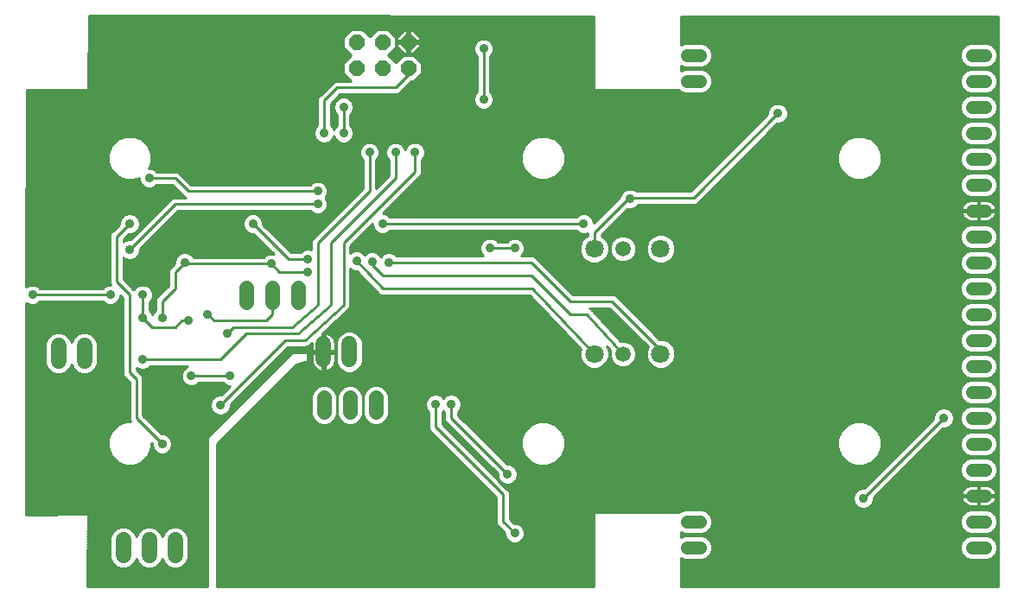
<source format=gbl>
G75*
G70*
%OFA0B0*%
%FSLAX24Y24*%
%IPPOS*%
%LPD*%
%AMOC8*
5,1,8,0,0,1.08239X$1,22.5*
%
%ADD10OC8,0.0600*%
%ADD11C,0.0515*%
%ADD12C,0.0594*%
%ADD13C,0.0709*%
%ADD14C,0.0600*%
%ADD15C,0.0560*%
%ADD16C,0.0100*%
%ADD17C,0.0310*%
%ADD18C,0.0360*%
D10*
X013101Y020351D03*
X014101Y020351D03*
X015101Y020351D03*
X015101Y021351D03*
X014101Y021351D03*
X013101Y021351D03*
D11*
X025844Y020852D02*
X026359Y020852D01*
X026359Y019852D02*
X025844Y019852D01*
X036844Y019852D02*
X037359Y019852D01*
X037359Y018852D02*
X036844Y018852D01*
X036844Y017852D02*
X037359Y017852D01*
X037359Y016852D02*
X036844Y016852D01*
X036844Y015852D02*
X037359Y015852D01*
X037359Y014852D02*
X036844Y014852D01*
X036844Y013852D02*
X037359Y013852D01*
X037359Y012852D02*
X036844Y012852D01*
X036844Y011852D02*
X037359Y011852D01*
X037359Y010852D02*
X036844Y010852D01*
X036844Y009852D02*
X037359Y009852D01*
X037359Y008852D02*
X036844Y008852D01*
X036844Y007852D02*
X037359Y007852D01*
X037359Y006852D02*
X036844Y006852D01*
X036844Y005852D02*
X037359Y005852D01*
X037359Y004852D02*
X036844Y004852D01*
X036844Y003852D02*
X037359Y003852D01*
X037359Y002852D02*
X036844Y002852D01*
X036844Y001852D02*
X037359Y001852D01*
X026359Y001852D02*
X025844Y001852D01*
X025844Y002852D02*
X026359Y002852D01*
X036844Y020852D02*
X037359Y020852D01*
D12*
X023376Y013378D03*
X023376Y009323D03*
D13*
X022274Y009323D03*
X024833Y009323D03*
X024833Y013378D03*
X022274Y013378D03*
D14*
X012827Y009698D02*
X012827Y009098D01*
X011827Y009098D02*
X011827Y009698D01*
X002601Y009651D02*
X002601Y009051D01*
X001601Y009051D02*
X001601Y009651D01*
X004101Y002151D02*
X004101Y001551D01*
X005101Y001551D02*
X005101Y002151D01*
X006101Y002151D02*
X006101Y001551D01*
D15*
X011851Y007071D02*
X011851Y007631D01*
X012851Y007631D02*
X012851Y007071D01*
X013851Y007071D02*
X013851Y007631D01*
X010851Y011321D02*
X010851Y011881D01*
X009851Y011881D02*
X009851Y011321D01*
X008851Y011321D02*
X008851Y011881D01*
D16*
X002736Y003131D02*
X002726Y000351D01*
X007351Y000351D01*
X007351Y006101D01*
X010601Y009376D01*
X011226Y009376D01*
X011226Y009051D01*
X010776Y008926D01*
X007726Y005851D01*
X007726Y000351D01*
X022251Y000351D01*
X022251Y003201D01*
X025532Y003201D01*
X025579Y003248D01*
X025751Y003319D01*
X026452Y003319D01*
X026624Y003248D01*
X026755Y003116D01*
X026826Y002945D01*
X026826Y002759D01*
X026755Y002587D01*
X026624Y002455D01*
X026452Y002384D01*
X025751Y002384D01*
X025601Y002446D01*
X025601Y002257D01*
X025751Y002319D01*
X026452Y002319D01*
X026624Y002248D01*
X026755Y002116D01*
X026826Y001945D01*
X026826Y001759D01*
X026755Y001587D01*
X026624Y001455D01*
X026452Y001384D01*
X025751Y001384D01*
X025601Y001446D01*
X025601Y000351D01*
X037851Y000351D01*
X037851Y022351D01*
X025601Y022351D01*
X025601Y021257D01*
X025751Y021319D01*
X026452Y021319D01*
X026624Y021248D01*
X026755Y021117D01*
X026826Y020945D01*
X026826Y020759D01*
X026755Y020587D01*
X026624Y020456D01*
X026452Y020384D01*
X025751Y020384D01*
X025601Y020446D01*
X025601Y020257D01*
X025751Y020319D01*
X026452Y020319D01*
X026624Y020248D01*
X026755Y020117D01*
X026826Y019945D01*
X026826Y019759D01*
X026755Y019587D01*
X026624Y019456D01*
X026452Y019384D01*
X025751Y019384D01*
X025579Y019456D01*
X025534Y019501D01*
X022251Y019501D01*
X022251Y022351D01*
X006665Y022391D01*
X002786Y022391D01*
X002756Y019521D01*
X000381Y019521D01*
X000362Y011914D01*
X000380Y011931D01*
X000523Y011991D01*
X000678Y011991D01*
X000822Y011931D01*
X000892Y011861D01*
X003309Y011861D01*
X003380Y011931D01*
X003523Y011991D01*
X003615Y011991D01*
X003591Y012049D01*
X003591Y012152D01*
X003591Y013902D01*
X003630Y013998D01*
X003704Y014071D01*
X003961Y014328D01*
X003961Y014428D01*
X004020Y014572D01*
X004130Y014681D01*
X004273Y014741D01*
X004428Y014741D01*
X004572Y014681D01*
X004681Y014572D01*
X004741Y014428D01*
X004741Y014273D01*
X004681Y014130D01*
X004572Y014020D01*
X004428Y013961D01*
X004328Y013961D01*
X004111Y013743D01*
X004111Y013662D01*
X004130Y013681D01*
X004273Y013741D01*
X004373Y013741D01*
X005954Y015321D01*
X006049Y015361D01*
X006152Y015361D01*
X006501Y015361D01*
X006454Y015380D01*
X005993Y015841D01*
X005392Y015841D01*
X005322Y015770D01*
X005178Y015711D01*
X005023Y015711D01*
X004880Y015770D01*
X004770Y015880D01*
X004711Y016023D01*
X004711Y016130D01*
X004518Y016050D01*
X004184Y016050D01*
X003875Y016178D01*
X003639Y016414D01*
X003511Y016723D01*
X003511Y017057D01*
X003639Y017366D01*
X003875Y017602D01*
X004184Y017730D01*
X004518Y017730D01*
X004827Y017602D01*
X005063Y017366D01*
X005191Y017057D01*
X005191Y016723D01*
X005095Y016491D01*
X005178Y016491D01*
X005322Y016431D01*
X005392Y016361D01*
X006152Y016361D01*
X006248Y016321D01*
X006321Y016248D01*
X006708Y015861D01*
X011309Y015861D01*
X011380Y015931D01*
X011523Y015991D01*
X011678Y015991D01*
X011822Y015931D01*
X011931Y015822D01*
X011991Y015678D01*
X011991Y015523D01*
X011931Y015380D01*
X011902Y015351D01*
X011931Y015322D01*
X011991Y015178D01*
X012810Y015178D01*
X012712Y015079D02*
X011991Y015079D01*
X011991Y015023D02*
X011991Y015178D01*
X011950Y015276D02*
X012909Y015276D01*
X013007Y015375D02*
X011927Y015375D01*
X011970Y015474D02*
X013106Y015474D01*
X013204Y015572D02*
X011991Y015572D01*
X011991Y015671D02*
X013303Y015671D01*
X013341Y015708D02*
X011454Y013821D01*
X011380Y013748D01*
X011341Y013652D01*
X011341Y013350D01*
X011303Y013366D01*
X011148Y013366D01*
X011005Y013306D01*
X010934Y013236D01*
X010583Y013236D01*
X009491Y014328D01*
X009491Y014428D01*
X009431Y014572D01*
X009322Y014681D01*
X009178Y014741D01*
X009023Y014741D01*
X008880Y014681D01*
X008770Y014572D01*
X008711Y014428D01*
X008711Y014273D01*
X008770Y014130D01*
X008880Y014020D01*
X009023Y013961D01*
X009123Y013961D01*
X009904Y013180D01*
X009878Y013191D01*
X009723Y013191D01*
X009580Y013131D01*
X009509Y013061D01*
X006811Y013061D01*
X006806Y013072D01*
X006697Y013181D01*
X006553Y013241D01*
X006398Y013241D01*
X006255Y013181D01*
X006145Y013072D01*
X006086Y012928D01*
X006086Y012828D01*
X005880Y012623D01*
X005841Y012527D01*
X005841Y012424D01*
X005841Y011958D01*
X005380Y011498D01*
X005341Y011402D01*
X005341Y011299D01*
X005341Y011017D01*
X005270Y010947D01*
X005226Y010839D01*
X005181Y010947D01*
X005111Y011017D01*
X005111Y011309D01*
X005181Y011380D01*
X005241Y011523D01*
X005241Y011678D01*
X005181Y011822D01*
X005072Y011931D01*
X004928Y011991D01*
X004773Y011991D01*
X004630Y011931D01*
X004520Y011822D01*
X004514Y011806D01*
X004498Y011821D01*
X004111Y012208D01*
X004111Y013039D01*
X004130Y013020D01*
X004273Y012961D01*
X004428Y012961D01*
X004572Y013020D01*
X004681Y013130D01*
X004741Y013273D01*
X004741Y013373D01*
X006208Y014841D01*
X011309Y014841D01*
X011380Y014770D01*
X011523Y014711D01*
X011678Y014711D01*
X011822Y014770D01*
X011931Y014880D01*
X011991Y015023D01*
X011973Y014981D02*
X012613Y014981D01*
X012515Y014882D02*
X011932Y014882D01*
X011835Y014784D02*
X012416Y014784D01*
X012318Y014685D02*
X009312Y014685D01*
X009416Y014587D02*
X012219Y014587D01*
X012120Y014488D02*
X009466Y014488D01*
X009491Y014390D02*
X012022Y014390D01*
X011923Y014291D02*
X009528Y014291D01*
X009627Y014192D02*
X011825Y014192D01*
X011726Y014094D02*
X009725Y014094D01*
X009824Y013995D02*
X011628Y013995D01*
X011529Y013897D02*
X009922Y013897D01*
X010021Y013798D02*
X011431Y013798D01*
X011360Y013700D02*
X010119Y013700D01*
X010218Y013601D02*
X011341Y013601D01*
X011341Y013503D02*
X010317Y013503D01*
X010415Y013404D02*
X011341Y013404D01*
X011601Y013601D02*
X011601Y011226D01*
X010601Y010351D01*
X008351Y010351D01*
X008101Y010101D01*
X007601Y010601D02*
X007351Y010851D01*
X007601Y010601D02*
X009601Y010601D01*
X009851Y010851D01*
X009851Y011601D01*
X010126Y012476D02*
X009801Y012801D01*
X006526Y012801D01*
X006476Y012851D01*
X006101Y012476D01*
X006101Y011851D01*
X005601Y011351D01*
X005601Y010726D01*
X005227Y010842D02*
X005225Y010842D01*
X005184Y010941D02*
X005268Y010941D01*
X005341Y011039D02*
X005111Y011039D01*
X005111Y011138D02*
X005341Y011138D01*
X005341Y011236D02*
X005111Y011236D01*
X005136Y011335D02*
X005341Y011335D01*
X005354Y011433D02*
X005204Y011433D01*
X005241Y011532D02*
X005414Y011532D01*
X005513Y011630D02*
X005241Y011630D01*
X005220Y011729D02*
X005611Y011729D01*
X005710Y011827D02*
X005176Y011827D01*
X005077Y011926D02*
X005808Y011926D01*
X005841Y012025D02*
X004295Y012025D01*
X004196Y012123D02*
X005841Y012123D01*
X005841Y012222D02*
X004111Y012222D01*
X004111Y012320D02*
X005841Y012320D01*
X005841Y012419D02*
X004111Y012419D01*
X004111Y012517D02*
X005841Y012517D01*
X005877Y012616D02*
X004111Y012616D01*
X004111Y012714D02*
X005972Y012714D01*
X006070Y012813D02*
X004111Y012813D01*
X004111Y012911D02*
X006086Y012911D01*
X006120Y013010D02*
X004547Y013010D01*
X004660Y013109D02*
X006182Y013109D01*
X006317Y013207D02*
X004713Y013207D01*
X004741Y013306D02*
X009778Y013306D01*
X009680Y013404D02*
X004772Y013404D01*
X004870Y013503D02*
X009581Y013503D01*
X009483Y013601D02*
X004969Y013601D01*
X005067Y013700D02*
X009384Y013700D01*
X009286Y013798D02*
X005166Y013798D01*
X005265Y013897D02*
X009187Y013897D01*
X008940Y013995D02*
X005363Y013995D01*
X005462Y014094D02*
X008806Y014094D01*
X008744Y014192D02*
X005560Y014192D01*
X005659Y014291D02*
X008711Y014291D01*
X008711Y014390D02*
X005757Y014390D01*
X005856Y014488D02*
X008736Y014488D01*
X008785Y014587D02*
X005954Y014587D01*
X006053Y014685D02*
X008889Y014685D01*
X009101Y014351D02*
X010476Y012976D01*
X011226Y012976D01*
X011004Y013306D02*
X010514Y013306D01*
X009877Y013207D02*
X006635Y013207D01*
X006770Y013109D02*
X009557Y013109D01*
X010126Y012476D02*
X011226Y012476D01*
X012861Y012517D02*
X013116Y012517D01*
X013111Y012523D02*
X013879Y011707D01*
X013880Y011704D01*
X013914Y011670D01*
X013947Y011635D01*
X013951Y011633D01*
X013954Y011630D01*
X012861Y011630D01*
X012861Y011532D02*
X019839Y011532D01*
X019784Y011591D02*
X021740Y009511D01*
X021709Y009435D01*
X021709Y009211D01*
X021795Y009004D01*
X021954Y008845D01*
X022161Y008759D01*
X022386Y008759D01*
X022593Y008845D01*
X022752Y009004D01*
X022838Y009211D01*
X022838Y009435D01*
X022764Y009613D01*
X022890Y009474D01*
X022869Y009424D01*
X022869Y009222D01*
X022946Y009036D01*
X023089Y008894D01*
X023275Y008816D01*
X023477Y008816D01*
X023663Y008894D01*
X023806Y009036D01*
X023883Y009222D01*
X023883Y009424D01*
X023806Y009610D01*
X023663Y009753D01*
X023477Y009830D01*
X023275Y009830D01*
X023271Y009828D01*
X022221Y010992D01*
X022219Y010998D01*
X022187Y011030D01*
X022157Y011063D01*
X022151Y011066D01*
X022146Y011071D01*
X022104Y011089D01*
X022099Y011091D01*
X022847Y011091D01*
X024337Y009601D01*
X024268Y009435D01*
X024268Y009211D01*
X024354Y009004D01*
X024513Y008845D01*
X024720Y008759D01*
X024945Y008759D01*
X025152Y008845D01*
X025311Y009004D01*
X025397Y009211D01*
X025397Y009435D01*
X025311Y009643D01*
X025152Y009802D01*
X024945Y009888D01*
X024786Y009888D01*
X023102Y011571D01*
X023007Y011611D01*
X022903Y011611D01*
X021458Y011611D01*
X019998Y013071D01*
X019902Y013111D01*
X019799Y013111D01*
X019462Y013111D01*
X019531Y013180D01*
X019591Y013323D01*
X019591Y013478D01*
X019531Y013622D01*
X019422Y013731D01*
X019278Y013791D01*
X019123Y013791D01*
X018980Y013731D01*
X018909Y013661D01*
X018542Y013661D01*
X018472Y013731D01*
X018328Y013791D01*
X018173Y013791D01*
X018030Y013731D01*
X017920Y013622D01*
X017861Y013478D01*
X017861Y013323D01*
X017920Y013180D01*
X017989Y013111D01*
X014642Y013111D01*
X014572Y013181D01*
X014428Y013241D01*
X014273Y013241D01*
X014130Y013181D01*
X014039Y013091D01*
X014031Y013109D01*
X013922Y013219D01*
X013778Y013278D01*
X013623Y013278D01*
X013480Y013219D01*
X013413Y013152D01*
X013322Y013244D01*
X013178Y013303D01*
X013023Y013303D01*
X012880Y013244D01*
X012861Y013225D01*
X012861Y013493D01*
X013711Y014343D01*
X013711Y014273D01*
X013770Y014130D01*
X013880Y014020D01*
X014023Y013961D01*
X014178Y013961D01*
X014322Y014020D01*
X014392Y014091D01*
X021572Y014091D01*
X021642Y014020D01*
X021786Y013961D01*
X021941Y013961D01*
X022018Y013993D01*
X022017Y013883D01*
X021954Y013857D01*
X021795Y013698D01*
X021709Y013491D01*
X021709Y013266D01*
X021795Y013059D01*
X021954Y012900D01*
X022161Y012814D01*
X022386Y012814D01*
X022593Y012900D01*
X022752Y013059D01*
X022838Y013266D01*
X022838Y013491D01*
X022752Y013698D01*
X022593Y013857D01*
X022537Y013880D01*
X022538Y013920D01*
X023542Y014924D01*
X023573Y014911D01*
X023728Y014911D01*
X023872Y014970D01*
X023981Y015080D01*
X023986Y015091D01*
X026049Y015091D01*
X026152Y015091D01*
X026248Y015130D01*
X029328Y018211D01*
X029428Y018211D01*
X029572Y018270D01*
X029681Y018380D01*
X029741Y018523D01*
X029741Y018678D01*
X029681Y018822D01*
X029572Y018931D01*
X029428Y018991D01*
X029273Y018991D01*
X029130Y018931D01*
X029020Y018822D01*
X028961Y018678D01*
X028961Y018578D01*
X025993Y015611D01*
X023892Y015611D01*
X023872Y015631D01*
X023728Y015691D01*
X023573Y015691D01*
X023430Y015631D01*
X023320Y015522D01*
X023261Y015379D01*
X022253Y014371D01*
X022253Y014428D01*
X022194Y014572D01*
X022084Y014681D01*
X021941Y014741D01*
X021786Y014741D01*
X021642Y014681D01*
X021572Y014611D01*
X014392Y014611D01*
X014322Y014681D01*
X014178Y014741D01*
X014108Y014741D01*
X015571Y016204D01*
X015611Y016299D01*
X015611Y016402D01*
X015611Y016809D01*
X015681Y016880D01*
X015741Y017023D01*
X015741Y017178D01*
X015681Y017322D01*
X015572Y017431D01*
X015428Y017491D01*
X015273Y017491D01*
X015130Y017431D01*
X015020Y017322D01*
X014976Y017214D01*
X014931Y017322D01*
X014822Y017431D01*
X014678Y017491D01*
X014523Y017491D01*
X014380Y017431D01*
X014270Y017322D01*
X014211Y017178D01*
X014211Y017023D01*
X014270Y016880D01*
X014341Y016809D01*
X014341Y016208D01*
X013861Y015728D01*
X013861Y016809D01*
X013931Y016880D01*
X013991Y017023D01*
X013991Y017178D01*
X013931Y017322D01*
X013822Y017431D01*
X013678Y017491D01*
X013523Y017491D01*
X013380Y017431D01*
X013270Y017322D01*
X013211Y017178D01*
X013211Y017023D01*
X013270Y016880D01*
X013341Y016809D01*
X013341Y015708D01*
X013341Y015769D02*
X011953Y015769D01*
X011885Y015868D02*
X013341Y015868D01*
X013341Y015966D02*
X011737Y015966D01*
X011464Y015966D02*
X006603Y015966D01*
X006701Y015868D02*
X011316Y015868D01*
X011601Y015601D02*
X006601Y015601D01*
X006101Y016101D01*
X005101Y016101D01*
X005255Y016459D02*
X013341Y016459D01*
X013341Y016558D02*
X005122Y016558D01*
X005163Y016656D02*
X013341Y016656D01*
X013341Y016755D02*
X005191Y016755D01*
X005191Y016853D02*
X013297Y016853D01*
X013240Y016952D02*
X005191Y016952D01*
X005191Y017050D02*
X013211Y017050D01*
X013211Y017149D02*
X005153Y017149D01*
X005112Y017247D02*
X013239Y017247D01*
X013294Y017346D02*
X005071Y017346D01*
X004984Y017444D02*
X013411Y017444D01*
X013790Y017444D02*
X014411Y017444D01*
X014294Y017346D02*
X013907Y017346D01*
X013962Y017247D02*
X014239Y017247D01*
X014211Y017149D02*
X013991Y017149D01*
X013991Y017050D02*
X014211Y017050D01*
X014240Y016952D02*
X013961Y016952D01*
X013905Y016853D02*
X014297Y016853D01*
X014341Y016755D02*
X013861Y016755D01*
X013861Y016656D02*
X014341Y016656D01*
X014341Y016558D02*
X013861Y016558D01*
X013861Y016459D02*
X014341Y016459D01*
X014341Y016360D02*
X013861Y016360D01*
X013861Y016262D02*
X014341Y016262D01*
X014296Y016163D02*
X013861Y016163D01*
X013861Y016065D02*
X014197Y016065D01*
X014099Y015966D02*
X013861Y015966D01*
X013861Y015868D02*
X014000Y015868D01*
X013902Y015769D02*
X013861Y015769D01*
X013601Y015601D02*
X011601Y013601D01*
X012101Y013601D02*
X012101Y011226D01*
X010851Y010101D01*
X008851Y010101D01*
X007851Y009101D01*
X004851Y009101D01*
X005142Y008841D02*
X006588Y008841D01*
X006505Y008806D01*
X006395Y008697D01*
X006336Y008553D01*
X006336Y008398D01*
X006395Y008255D01*
X006505Y008145D01*
X006648Y008086D01*
X006803Y008086D01*
X006947Y008145D01*
X007017Y008216D01*
X007934Y008216D01*
X008005Y008145D01*
X008148Y008086D01*
X008218Y008086D01*
X007873Y007741D01*
X007773Y007741D01*
X007630Y007681D01*
X007520Y007572D01*
X007461Y007428D01*
X007461Y007273D01*
X007520Y007130D01*
X007630Y007020D01*
X007773Y006961D01*
X007928Y006961D01*
X008072Y007020D01*
X008181Y007130D01*
X008241Y007273D01*
X008241Y007373D01*
X010458Y009591D01*
X011095Y009591D01*
X011141Y009589D01*
X011147Y009591D01*
X011152Y009591D01*
X011195Y009608D01*
X011238Y009624D01*
X011243Y009628D01*
X011248Y009630D01*
X011280Y009663D01*
X011381Y009755D01*
X011377Y009733D01*
X011377Y009448D01*
X011777Y009448D01*
X011777Y009348D01*
X011377Y009348D01*
X011377Y009063D01*
X011388Y008993D01*
X011410Y008925D01*
X011442Y008862D01*
X011484Y008805D01*
X011534Y008755D01*
X011591Y008713D01*
X011654Y008681D01*
X011722Y008659D01*
X011777Y008650D01*
X011777Y009348D01*
X011877Y009348D01*
X011877Y008650D01*
X011933Y008659D01*
X012000Y008681D01*
X012063Y008713D01*
X012120Y008755D01*
X012170Y008805D01*
X012212Y008862D01*
X012244Y008925D01*
X012266Y008993D01*
X012277Y009063D01*
X012277Y009348D01*
X011877Y009348D01*
X011877Y009448D01*
X011777Y009448D01*
X011777Y010118D01*
X012743Y011003D01*
X012748Y011005D01*
X012781Y011038D01*
X012815Y011069D01*
X012817Y011074D01*
X012821Y011079D01*
X012839Y011121D01*
X012858Y011163D01*
X012859Y011169D01*
X012861Y011174D01*
X012861Y011220D01*
X012863Y011266D01*
X012861Y011272D01*
X012861Y012602D01*
X012880Y012583D01*
X013023Y012523D01*
X013111Y012523D01*
X013209Y012419D02*
X012861Y012419D01*
X012861Y012320D02*
X013302Y012320D01*
X013395Y012222D02*
X012861Y012222D01*
X012861Y012123D02*
X013487Y012123D01*
X013580Y012025D02*
X012861Y012025D01*
X012861Y011926D02*
X013673Y011926D01*
X013766Y011827D02*
X012861Y011827D01*
X012861Y011729D02*
X013858Y011729D01*
X013954Y011630D02*
X013998Y011612D01*
X014041Y011592D01*
X014045Y011592D01*
X014049Y011591D01*
X014097Y011591D01*
X014145Y011589D01*
X014148Y011591D01*
X019784Y011591D01*
X019932Y011433D02*
X012861Y011433D01*
X012861Y011335D02*
X020025Y011335D01*
X020117Y011236D02*
X012861Y011236D01*
X012847Y011138D02*
X020210Y011138D01*
X020303Y011039D02*
X012782Y011039D01*
X012674Y010941D02*
X020395Y010941D01*
X020488Y010842D02*
X012567Y010842D01*
X012459Y010743D02*
X020581Y010743D01*
X020673Y010645D02*
X012352Y010645D01*
X012244Y010546D02*
X020766Y010546D01*
X020859Y010448D02*
X012137Y010448D01*
X012029Y010349D02*
X020951Y010349D01*
X021044Y010251D02*
X011922Y010251D01*
X011877Y010146D02*
X011877Y009448D01*
X012277Y009448D01*
X012277Y009733D01*
X012266Y009803D01*
X012244Y009871D01*
X012212Y009934D01*
X012170Y009991D01*
X012120Y010041D01*
X012063Y010083D01*
X012000Y010115D01*
X011933Y010137D01*
X011877Y010146D01*
X011814Y010152D02*
X012591Y010152D01*
X012538Y010130D02*
X012395Y009987D01*
X012317Y009799D01*
X012317Y008997D01*
X012395Y008809D01*
X012538Y008666D01*
X012726Y008588D01*
X012929Y008588D01*
X013116Y008666D01*
X013259Y008809D01*
X013337Y008997D01*
X013337Y009799D01*
X013259Y009987D01*
X013116Y010130D01*
X012929Y010208D01*
X012726Y010208D01*
X012538Y010130D01*
X012462Y010054D02*
X012103Y010054D01*
X012197Y009955D02*
X012382Y009955D01*
X012341Y009857D02*
X012249Y009857D01*
X012273Y009758D02*
X012317Y009758D01*
X012317Y009659D02*
X012277Y009659D01*
X012277Y009561D02*
X012317Y009561D01*
X012317Y009462D02*
X012277Y009462D01*
X012317Y009364D02*
X011877Y009364D01*
X011877Y009462D02*
X011777Y009462D01*
X011777Y009364D02*
X011226Y009364D01*
X011226Y009265D02*
X011377Y009265D01*
X011377Y009167D02*
X011226Y009167D01*
X011226Y009068D02*
X011377Y009068D01*
X011396Y008970D02*
X010934Y008970D01*
X010722Y008871D02*
X011438Y008871D01*
X011516Y008773D02*
X010624Y008773D01*
X010526Y008674D02*
X011676Y008674D01*
X011777Y008674D02*
X011877Y008674D01*
X011877Y008773D02*
X011777Y008773D01*
X011777Y008871D02*
X011877Y008871D01*
X011877Y008970D02*
X011777Y008970D01*
X011777Y009068D02*
X011877Y009068D01*
X011877Y009167D02*
X011777Y009167D01*
X011777Y009265D02*
X011877Y009265D01*
X011877Y009561D02*
X011777Y009561D01*
X011777Y009659D02*
X011877Y009659D01*
X011877Y009758D02*
X011777Y009758D01*
X011777Y009857D02*
X011877Y009857D01*
X011877Y009955D02*
X011777Y009955D01*
X011777Y010054D02*
X011877Y010054D01*
X011377Y009659D02*
X011277Y009659D01*
X011377Y009561D02*
X010429Y009561D01*
X010330Y009462D02*
X011377Y009462D01*
X011101Y009851D02*
X010351Y009851D01*
X007851Y007351D01*
X008209Y007196D02*
X008438Y007196D01*
X008535Y007294D02*
X008241Y007294D01*
X008261Y007393D02*
X008633Y007393D01*
X008731Y007492D02*
X008359Y007492D01*
X008458Y007590D02*
X008829Y007590D01*
X008927Y007689D02*
X008556Y007689D01*
X008655Y007787D02*
X009024Y007787D01*
X009122Y007886D02*
X008753Y007886D01*
X008852Y007984D02*
X009220Y007984D01*
X009318Y008083D02*
X008950Y008083D01*
X009049Y008181D02*
X009415Y008181D01*
X009513Y008280D02*
X009148Y008280D01*
X009246Y008378D02*
X009611Y008378D01*
X009709Y008477D02*
X009345Y008477D01*
X009443Y008576D02*
X009807Y008576D01*
X009904Y008674D02*
X009542Y008674D01*
X009640Y008773D02*
X010002Y008773D01*
X010100Y008871D02*
X009739Y008871D01*
X009837Y008970D02*
X010198Y008970D01*
X010296Y009068D02*
X009936Y009068D01*
X010034Y009167D02*
X010393Y009167D01*
X010491Y009265D02*
X010133Y009265D01*
X010232Y009364D02*
X010589Y009364D01*
X011101Y009851D02*
X012601Y011226D01*
X012601Y013601D01*
X015351Y016351D01*
X015351Y017101D01*
X015712Y017247D02*
X019535Y017247D01*
X019494Y017149D02*
X015741Y017149D01*
X015741Y017050D02*
X019456Y017050D01*
X019456Y017057D02*
X019456Y016723D01*
X019584Y016414D01*
X019820Y016178D01*
X020129Y016050D01*
X020463Y016050D01*
X020771Y016178D01*
X021008Y016414D01*
X021136Y016723D01*
X021136Y017057D01*
X021008Y017366D01*
X020771Y017602D01*
X020463Y017730D01*
X020129Y017730D01*
X019820Y017602D01*
X019584Y017366D01*
X019456Y017057D01*
X019456Y016952D02*
X015711Y016952D01*
X015655Y016853D02*
X019456Y016853D01*
X019456Y016755D02*
X015611Y016755D01*
X015611Y016656D02*
X019483Y016656D01*
X019524Y016558D02*
X015611Y016558D01*
X015611Y016459D02*
X019565Y016459D01*
X019637Y016360D02*
X015611Y016360D01*
X015595Y016262D02*
X019736Y016262D01*
X019855Y016163D02*
X015531Y016163D01*
X015432Y016065D02*
X020092Y016065D01*
X020499Y016065D02*
X026447Y016065D01*
X026546Y016163D02*
X020737Y016163D01*
X020856Y016262D02*
X026644Y016262D01*
X026743Y016360D02*
X020954Y016360D01*
X021026Y016459D02*
X026841Y016459D01*
X026940Y016558D02*
X021067Y016558D01*
X021108Y016656D02*
X027038Y016656D01*
X027137Y016755D02*
X021136Y016755D01*
X021136Y016853D02*
X027235Y016853D01*
X027334Y016952D02*
X021136Y016952D01*
X021136Y017050D02*
X027433Y017050D01*
X027531Y017149D02*
X021097Y017149D01*
X021057Y017247D02*
X027630Y017247D01*
X027728Y017346D02*
X021016Y017346D01*
X020929Y017444D02*
X027827Y017444D01*
X027925Y017543D02*
X020830Y017543D01*
X020676Y017641D02*
X028024Y017641D01*
X028122Y017740D02*
X012977Y017740D01*
X012991Y017773D02*
X012931Y017630D01*
X012822Y017520D01*
X012678Y017461D01*
X012523Y017461D01*
X012380Y017520D01*
X012270Y017630D01*
X012226Y017737D01*
X012181Y017630D01*
X012072Y017520D01*
X011928Y017461D01*
X011773Y017461D01*
X011630Y017520D01*
X011520Y017630D01*
X011461Y017773D01*
X011461Y017928D01*
X011520Y018072D01*
X011591Y018142D01*
X011591Y019152D01*
X011630Y019248D01*
X011704Y019321D01*
X012204Y019821D01*
X012299Y019861D01*
X012402Y019861D01*
X012870Y019861D01*
X012591Y020140D01*
X012591Y020562D01*
X012880Y020851D01*
X012591Y021140D01*
X012591Y021562D01*
X012890Y021861D01*
X013312Y021861D01*
X013601Y021572D01*
X013890Y021861D01*
X014312Y021861D01*
X014611Y021562D01*
X014611Y021140D01*
X014322Y020851D01*
X014601Y020572D01*
X014890Y020861D01*
X015312Y020861D01*
X015611Y020562D01*
X015611Y020140D01*
X015312Y019841D01*
X015208Y019841D01*
X014821Y019454D01*
X014748Y019380D01*
X014652Y019341D01*
X012458Y019341D01*
X012111Y018993D01*
X012111Y018142D01*
X012181Y018072D01*
X012226Y017964D01*
X012270Y018072D01*
X012341Y018142D01*
X012341Y018559D01*
X012270Y018630D01*
X012211Y018773D01*
X012211Y018928D01*
X012270Y019072D01*
X012380Y019181D01*
X012523Y019241D01*
X012678Y019241D01*
X012822Y019181D01*
X012931Y019072D01*
X012991Y018928D01*
X012991Y018773D01*
X012931Y018630D01*
X012861Y018559D01*
X012861Y018142D01*
X012931Y018072D01*
X012991Y017928D01*
X012991Y017773D01*
X012991Y017839D02*
X028221Y017839D01*
X028319Y017937D02*
X012987Y017937D01*
X012946Y018036D02*
X028418Y018036D01*
X028517Y018134D02*
X012869Y018134D01*
X012861Y018233D02*
X028615Y018233D01*
X028714Y018331D02*
X012861Y018331D01*
X012861Y018430D02*
X028812Y018430D01*
X028911Y018528D02*
X012861Y018528D01*
X012928Y018627D02*
X028961Y018627D01*
X028980Y018725D02*
X012971Y018725D01*
X012991Y018824D02*
X017776Y018824D01*
X017780Y018820D02*
X017923Y018761D01*
X018078Y018761D01*
X018222Y018820D01*
X018331Y018930D01*
X018391Y019073D01*
X018391Y019228D01*
X018331Y019372D01*
X018261Y019442D01*
X018261Y020809D01*
X018331Y020880D01*
X018391Y021023D01*
X018391Y021178D01*
X018331Y021322D01*
X018222Y021431D01*
X018078Y021491D01*
X017923Y021491D01*
X017780Y021431D01*
X017670Y021322D01*
X017611Y021178D01*
X017611Y021023D01*
X017670Y020880D01*
X017741Y020809D01*
X017741Y019442D01*
X017670Y019372D01*
X017611Y019228D01*
X017611Y019073D01*
X017670Y018930D01*
X017780Y018820D01*
X017677Y018923D02*
X012991Y018923D01*
X012952Y019021D02*
X017632Y019021D01*
X017611Y019120D02*
X012883Y019120D01*
X012733Y019218D02*
X017611Y019218D01*
X017647Y019317D02*
X012434Y019317D01*
X012469Y019218D02*
X012336Y019218D01*
X012318Y019120D02*
X012237Y019120D01*
X012249Y019021D02*
X012139Y019021D01*
X012111Y018923D02*
X012211Y018923D01*
X012211Y018824D02*
X012111Y018824D01*
X012111Y018725D02*
X012231Y018725D01*
X012273Y018627D02*
X012111Y018627D01*
X012111Y018528D02*
X012341Y018528D01*
X012341Y018430D02*
X012111Y018430D01*
X012111Y018331D02*
X012341Y018331D01*
X012341Y018233D02*
X012111Y018233D01*
X012119Y018134D02*
X012333Y018134D01*
X012255Y018036D02*
X012196Y018036D01*
X011851Y017851D02*
X011851Y019101D01*
X012351Y019601D01*
X014601Y019601D01*
X015101Y020101D01*
X015101Y020351D01*
X015478Y020007D02*
X017741Y020007D01*
X017741Y020105D02*
X015576Y020105D01*
X015611Y020204D02*
X017741Y020204D01*
X017741Y020302D02*
X015611Y020302D01*
X015611Y020401D02*
X017741Y020401D01*
X017741Y020499D02*
X015611Y020499D01*
X015575Y020598D02*
X017741Y020598D01*
X017741Y020696D02*
X015476Y020696D01*
X015378Y020795D02*
X017741Y020795D01*
X017665Y020893D02*
X014365Y020893D01*
X014378Y020795D02*
X014824Y020795D01*
X014914Y020901D02*
X015051Y020901D01*
X015051Y021301D01*
X015151Y021301D01*
X015151Y021401D01*
X015551Y021401D01*
X015551Y021537D01*
X015287Y021801D01*
X015151Y021801D01*
X015151Y021401D01*
X015051Y021401D01*
X015051Y021801D01*
X014914Y021801D01*
X014651Y021537D01*
X014651Y021401D01*
X015051Y021401D01*
X015051Y021301D01*
X014651Y021301D01*
X014651Y021164D01*
X014914Y020901D01*
X014823Y020992D02*
X014463Y020992D01*
X014562Y021091D02*
X014725Y021091D01*
X014651Y021189D02*
X014611Y021189D01*
X014611Y021288D02*
X014651Y021288D01*
X014611Y021386D02*
X015051Y021386D01*
X015051Y021288D02*
X015151Y021288D01*
X015151Y021301D02*
X015151Y020901D01*
X015287Y020901D01*
X015551Y021164D01*
X015551Y021301D01*
X015151Y021301D01*
X015151Y021386D02*
X017735Y021386D01*
X017656Y021288D02*
X015551Y021288D01*
X015551Y021189D02*
X017615Y021189D01*
X017611Y021091D02*
X015477Y021091D01*
X015378Y020992D02*
X017624Y020992D01*
X018001Y021101D02*
X018001Y019151D01*
X018288Y019415D02*
X025676Y019415D01*
X026526Y019415D02*
X036676Y019415D01*
X036751Y019384D02*
X036579Y019456D01*
X036448Y019587D01*
X036377Y019759D01*
X036377Y019945D01*
X036448Y020117D01*
X036579Y020248D01*
X036751Y020319D01*
X037452Y020319D01*
X037624Y020248D01*
X037755Y020117D01*
X037826Y019945D01*
X037826Y019759D01*
X037755Y019587D01*
X037624Y019456D01*
X037452Y019384D01*
X036751Y019384D01*
X036751Y019319D02*
X036579Y019248D01*
X036448Y019117D01*
X036377Y018945D01*
X036377Y018759D01*
X036448Y018587D01*
X036579Y018455D01*
X036751Y018384D01*
X037452Y018384D01*
X037624Y018455D01*
X037755Y018587D01*
X037826Y018759D01*
X037826Y018945D01*
X037755Y019117D01*
X037624Y019248D01*
X037452Y019319D01*
X036751Y019319D01*
X036745Y019317D02*
X018354Y019317D01*
X018391Y019218D02*
X036549Y019218D01*
X036451Y019120D02*
X018391Y019120D01*
X018369Y019021D02*
X036408Y019021D01*
X036377Y018923D02*
X029581Y018923D01*
X029679Y018824D02*
X036377Y018824D01*
X036390Y018725D02*
X029721Y018725D01*
X029741Y018627D02*
X036431Y018627D01*
X036506Y018528D02*
X029741Y018528D01*
X029702Y018430D02*
X036641Y018430D01*
X036751Y018319D02*
X036579Y018248D01*
X036448Y018117D01*
X036377Y017945D01*
X036377Y017759D01*
X036448Y017587D01*
X036579Y017455D01*
X036751Y017384D01*
X037452Y017384D01*
X037624Y017455D01*
X037755Y017587D01*
X037826Y017759D01*
X037826Y017945D01*
X037755Y018117D01*
X037624Y018248D01*
X037452Y018319D01*
X036751Y018319D01*
X036564Y018233D02*
X029481Y018233D01*
X029633Y018331D02*
X037851Y018331D01*
X037851Y018233D02*
X037639Y018233D01*
X037738Y018134D02*
X037851Y018134D01*
X037851Y018036D02*
X037789Y018036D01*
X037826Y017937D02*
X037851Y017937D01*
X037851Y017839D02*
X037826Y017839D01*
X037819Y017740D02*
X037851Y017740D01*
X037851Y017641D02*
X037778Y017641D01*
X037711Y017543D02*
X037851Y017543D01*
X037851Y017444D02*
X037597Y017444D01*
X037452Y017319D02*
X037624Y017248D01*
X037755Y017117D01*
X037826Y016945D01*
X037826Y016759D01*
X037755Y016587D01*
X037624Y016455D01*
X037452Y016384D01*
X036751Y016384D01*
X036579Y016455D01*
X036448Y016587D01*
X036377Y016759D01*
X036377Y016945D01*
X036448Y017117D01*
X036579Y017248D01*
X036751Y017319D01*
X037452Y017319D01*
X037624Y017247D02*
X037851Y017247D01*
X037851Y017149D02*
X037723Y017149D01*
X037783Y017050D02*
X037851Y017050D01*
X037851Y016952D02*
X037824Y016952D01*
X037826Y016853D02*
X037851Y016853D01*
X037851Y016755D02*
X037825Y016755D01*
X037851Y016656D02*
X037784Y016656D01*
X037726Y016558D02*
X037851Y016558D01*
X037851Y016459D02*
X037627Y016459D01*
X037590Y016262D02*
X037851Y016262D01*
X037851Y016360D02*
X033159Y016360D01*
X033212Y016414D02*
X033340Y016723D01*
X033340Y017057D01*
X033212Y017366D01*
X032976Y017602D01*
X032667Y017730D01*
X032333Y017730D01*
X032025Y017602D01*
X031788Y017366D01*
X031660Y017057D01*
X031660Y016723D01*
X031788Y016414D01*
X032025Y016178D01*
X032333Y016050D01*
X032667Y016050D01*
X032976Y016178D01*
X033212Y016414D01*
X033231Y016459D02*
X036576Y016459D01*
X036477Y016558D02*
X033272Y016558D01*
X033313Y016656D02*
X036419Y016656D01*
X036378Y016755D02*
X033340Y016755D01*
X033340Y016853D02*
X036377Y016853D01*
X036379Y016952D02*
X033340Y016952D01*
X033340Y017050D02*
X036420Y017050D01*
X036480Y017149D02*
X033302Y017149D01*
X033261Y017247D02*
X036578Y017247D01*
X036606Y017444D02*
X033134Y017444D01*
X033221Y017346D02*
X037851Y017346D01*
X037452Y016319D02*
X036751Y016319D01*
X036579Y016248D01*
X036448Y016117D01*
X036377Y015945D01*
X036377Y015759D01*
X036448Y015587D01*
X036579Y015455D01*
X036751Y015384D01*
X037452Y015384D01*
X037624Y015455D01*
X037755Y015587D01*
X037826Y015759D01*
X037826Y015945D01*
X037755Y016117D01*
X037624Y016248D01*
X037452Y016319D01*
X037708Y016163D02*
X037851Y016163D01*
X037851Y016065D02*
X037777Y016065D01*
X037818Y015966D02*
X037851Y015966D01*
X037851Y015868D02*
X037826Y015868D01*
X037826Y015769D02*
X037851Y015769D01*
X037851Y015671D02*
X037790Y015671D01*
X037740Y015572D02*
X037851Y015572D01*
X037851Y015474D02*
X037642Y015474D01*
X037851Y015375D02*
X026493Y015375D01*
X026591Y015474D02*
X036561Y015474D01*
X036463Y015572D02*
X026690Y015572D01*
X026788Y015671D02*
X036413Y015671D01*
X036377Y015769D02*
X026887Y015769D01*
X026985Y015868D02*
X036377Y015868D01*
X036385Y015966D02*
X027084Y015966D01*
X027182Y016065D02*
X032297Y016065D01*
X032059Y016163D02*
X027281Y016163D01*
X027380Y016262D02*
X031940Y016262D01*
X031842Y016360D02*
X027478Y016360D01*
X027577Y016459D02*
X031770Y016459D01*
X031729Y016558D02*
X027675Y016558D01*
X027774Y016656D02*
X031688Y016656D01*
X031660Y016755D02*
X027872Y016755D01*
X027971Y016853D02*
X031660Y016853D01*
X031660Y016952D02*
X028069Y016952D01*
X028168Y017050D02*
X031660Y017050D01*
X031699Y017149D02*
X028266Y017149D01*
X028365Y017247D02*
X031739Y017247D01*
X031780Y017346D02*
X028464Y017346D01*
X028562Y017444D02*
X031867Y017444D01*
X031966Y017543D02*
X028661Y017543D01*
X028759Y017641D02*
X032121Y017641D01*
X032880Y017641D02*
X036425Y017641D01*
X036384Y017740D02*
X028858Y017740D01*
X028956Y017839D02*
X036377Y017839D01*
X036377Y017937D02*
X029055Y017937D01*
X029153Y018036D02*
X036414Y018036D01*
X036465Y018134D02*
X029252Y018134D01*
X029351Y018601D02*
X026101Y015351D01*
X023601Y015351D01*
X023576Y015326D01*
X023601Y015301D01*
X023651Y015301D01*
X023576Y015326D02*
X022278Y014028D01*
X022274Y013378D01*
X022792Y013601D02*
X022920Y013601D01*
X022946Y013665D02*
X022869Y013479D01*
X022869Y013277D01*
X022946Y013091D01*
X023089Y012949D01*
X023275Y012871D01*
X023477Y012871D01*
X023663Y012949D01*
X023806Y013091D01*
X023883Y013277D01*
X023883Y013479D01*
X023806Y013665D01*
X023663Y013808D01*
X023477Y013885D01*
X023275Y013885D01*
X023089Y013808D01*
X022946Y013665D01*
X022981Y013700D02*
X022750Y013700D01*
X022652Y013798D02*
X023079Y013798D01*
X022879Y013503D02*
X022833Y013503D01*
X022838Y013404D02*
X022869Y013404D01*
X022869Y013306D02*
X022838Y013306D01*
X022813Y013207D02*
X022898Y013207D01*
X022939Y013109D02*
X022773Y013109D01*
X022703Y013010D02*
X023028Y013010D01*
X023179Y012911D02*
X022605Y012911D01*
X021942Y012911D02*
X020158Y012911D01*
X020256Y012813D02*
X036377Y012813D01*
X036377Y012759D02*
X036377Y012945D01*
X036448Y013116D01*
X036579Y013248D01*
X036751Y013319D01*
X037452Y013319D01*
X037624Y013248D01*
X037755Y013116D01*
X037826Y012945D01*
X037826Y012759D01*
X037755Y012587D01*
X037624Y012455D01*
X037452Y012384D01*
X036751Y012384D01*
X036579Y012455D01*
X036448Y012587D01*
X036377Y012759D01*
X036395Y012714D02*
X020355Y012714D01*
X020453Y012616D02*
X036436Y012616D01*
X036517Y012517D02*
X020552Y012517D01*
X020651Y012419D02*
X036668Y012419D01*
X036751Y012319D02*
X036579Y012248D01*
X036448Y012116D01*
X036377Y011945D01*
X036377Y011759D01*
X036448Y011587D01*
X036579Y011455D01*
X036751Y011384D01*
X037452Y011384D01*
X037624Y011455D01*
X037755Y011587D01*
X037826Y011759D01*
X037826Y011945D01*
X037755Y012116D01*
X037624Y012248D01*
X037452Y012319D01*
X036751Y012319D01*
X036553Y012222D02*
X020848Y012222D01*
X020749Y012320D02*
X037851Y012320D01*
X037851Y012222D02*
X037650Y012222D01*
X037749Y012123D02*
X037851Y012123D01*
X037851Y012025D02*
X037793Y012025D01*
X037826Y011926D02*
X037851Y011926D01*
X037851Y011827D02*
X037826Y011827D01*
X037814Y011729D02*
X037851Y011729D01*
X037851Y011630D02*
X037773Y011630D01*
X037700Y011532D02*
X037851Y011532D01*
X037851Y011433D02*
X037570Y011433D01*
X037452Y011319D02*
X037624Y011248D01*
X037755Y011116D01*
X037826Y010945D01*
X037826Y010759D01*
X037755Y010587D01*
X037624Y010455D01*
X037452Y010384D01*
X036751Y010384D01*
X036579Y010455D01*
X036448Y010587D01*
X036377Y010759D01*
X036377Y010945D01*
X036448Y011116D01*
X036579Y011248D01*
X036751Y011319D01*
X037452Y011319D01*
X037636Y011236D02*
X037851Y011236D01*
X037851Y011138D02*
X037734Y011138D01*
X037787Y011039D02*
X037851Y011039D01*
X037851Y010941D02*
X037826Y010941D01*
X037826Y010842D02*
X037851Y010842D01*
X037851Y010743D02*
X037820Y010743D01*
X037851Y010645D02*
X037779Y010645D01*
X037715Y010546D02*
X037851Y010546D01*
X037851Y010448D02*
X037606Y010448D01*
X037617Y010251D02*
X037851Y010251D01*
X037851Y010349D02*
X024324Y010349D01*
X024423Y010251D02*
X036586Y010251D01*
X036579Y010248D02*
X036448Y010116D01*
X036377Y009945D01*
X036377Y009759D01*
X036448Y009587D01*
X036579Y009455D01*
X036751Y009384D01*
X037452Y009384D01*
X037624Y009455D01*
X037755Y009587D01*
X037826Y009759D01*
X037826Y009945D01*
X037755Y010116D01*
X037624Y010248D01*
X037452Y010319D01*
X036751Y010319D01*
X036579Y010248D01*
X036483Y010152D02*
X024521Y010152D01*
X024620Y010054D02*
X036422Y010054D01*
X036381Y009955D02*
X024718Y009955D01*
X025020Y009857D02*
X036377Y009857D01*
X036377Y009758D02*
X025196Y009758D01*
X025294Y009659D02*
X036418Y009659D01*
X036474Y009561D02*
X025345Y009561D01*
X025386Y009462D02*
X036572Y009462D01*
X036621Y009265D02*
X025397Y009265D01*
X025397Y009364D02*
X037851Y009364D01*
X037851Y009462D02*
X037631Y009462D01*
X037729Y009561D02*
X037851Y009561D01*
X037851Y009659D02*
X037785Y009659D01*
X037826Y009758D02*
X037851Y009758D01*
X037851Y009857D02*
X037826Y009857D01*
X037822Y009955D02*
X037851Y009955D01*
X037851Y010054D02*
X037781Y010054D01*
X037719Y010152D02*
X037851Y010152D01*
X037851Y009265D02*
X037582Y009265D01*
X037624Y009248D02*
X037452Y009319D01*
X036751Y009319D01*
X036579Y009248D01*
X036448Y009116D01*
X036377Y008945D01*
X036377Y008759D01*
X036448Y008587D01*
X036579Y008455D01*
X036751Y008384D01*
X037452Y008384D01*
X037624Y008455D01*
X037755Y008587D01*
X037826Y008759D01*
X037826Y008945D01*
X037755Y009116D01*
X037624Y009248D01*
X037705Y009167D02*
X037851Y009167D01*
X037851Y009068D02*
X037775Y009068D01*
X037816Y008970D02*
X037851Y008970D01*
X037851Y008871D02*
X037826Y008871D01*
X037826Y008773D02*
X037851Y008773D01*
X037851Y008674D02*
X037791Y008674D01*
X037744Y008576D02*
X037851Y008576D01*
X037851Y008477D02*
X037645Y008477D01*
X037547Y008280D02*
X037851Y008280D01*
X037851Y008378D02*
X010233Y008378D01*
X010135Y008280D02*
X036656Y008280D01*
X036579Y008248D02*
X036448Y008116D01*
X036377Y007945D01*
X036377Y007759D01*
X036448Y007587D01*
X036579Y007455D01*
X036751Y007384D01*
X037452Y007384D01*
X037624Y007455D01*
X037755Y007587D01*
X037826Y007759D01*
X037826Y007945D01*
X037755Y008116D01*
X037624Y008248D01*
X037452Y008319D01*
X036751Y008319D01*
X036579Y008248D01*
X036513Y008181D02*
X010037Y008181D01*
X009940Y008083D02*
X011662Y008083D01*
X011573Y008046D02*
X011435Y007908D01*
X011361Y007728D01*
X011361Y006973D01*
X011435Y006793D01*
X011573Y006655D01*
X011753Y006581D01*
X011948Y006581D01*
X012128Y006655D01*
X012266Y006793D01*
X012341Y006973D01*
X012341Y007728D01*
X012266Y007908D01*
X012128Y008046D01*
X011948Y008121D01*
X011753Y008121D01*
X011573Y008046D01*
X011511Y007984D02*
X009842Y007984D01*
X009744Y007886D02*
X011426Y007886D01*
X011385Y007787D02*
X009646Y007787D01*
X009549Y007689D02*
X011361Y007689D01*
X011361Y007590D02*
X009451Y007590D01*
X009353Y007492D02*
X011361Y007492D01*
X011361Y007393D02*
X009255Y007393D01*
X009158Y007294D02*
X011361Y007294D01*
X011361Y007196D02*
X009060Y007196D01*
X008962Y007097D02*
X011361Y007097D01*
X011361Y006999D02*
X008864Y006999D01*
X008767Y006900D02*
X011391Y006900D01*
X011432Y006802D02*
X008669Y006802D01*
X008571Y006703D02*
X011525Y006703D01*
X011696Y006605D02*
X008474Y006605D01*
X008376Y006506D02*
X015891Y006506D01*
X015891Y006552D02*
X015891Y006449D01*
X015930Y006354D01*
X018491Y003793D01*
X018491Y002902D01*
X018491Y002799D01*
X018530Y002704D01*
X018811Y002423D01*
X018811Y002323D01*
X018870Y002180D01*
X018980Y002070D01*
X019123Y002011D01*
X019278Y002011D01*
X019422Y002070D01*
X019531Y002180D01*
X019591Y002323D01*
X019591Y002478D01*
X019531Y002622D01*
X019422Y002731D01*
X019278Y002791D01*
X019178Y002791D01*
X019011Y002958D01*
X019011Y003952D01*
X018971Y004048D01*
X018898Y004121D01*
X016411Y006608D01*
X016411Y007084D01*
X016451Y007124D01*
X016491Y007084D01*
X016491Y006799D01*
X016530Y006704D01*
X016604Y006630D01*
X018536Y004698D01*
X018536Y004598D01*
X018595Y004455D01*
X018705Y004345D01*
X018848Y004286D01*
X019003Y004286D01*
X019147Y004345D01*
X019256Y004455D01*
X019316Y004598D01*
X019316Y004753D01*
X019256Y004897D01*
X019147Y005006D01*
X019003Y005066D01*
X018903Y005066D01*
X017011Y006958D01*
X017011Y007084D01*
X017081Y007155D01*
X017141Y007298D01*
X017141Y007453D01*
X017081Y007597D01*
X016972Y007706D01*
X016828Y007766D01*
X016673Y007766D01*
X016530Y007706D01*
X016451Y007627D01*
X016372Y007706D01*
X016228Y007766D01*
X016073Y007766D01*
X015930Y007706D01*
X015820Y007597D01*
X015761Y007453D01*
X015761Y007298D01*
X015820Y007155D01*
X015891Y007084D01*
X015891Y006552D01*
X015891Y006605D02*
X014006Y006605D01*
X013948Y006581D02*
X014128Y006655D01*
X014266Y006793D01*
X014341Y006973D01*
X014341Y007728D01*
X014266Y007908D01*
X014128Y008046D01*
X013948Y008121D01*
X013753Y008121D01*
X013573Y008046D01*
X013435Y007908D01*
X013361Y007728D01*
X013361Y006973D01*
X013435Y006793D01*
X013573Y006655D01*
X013753Y006581D01*
X013948Y006581D01*
X013696Y006605D02*
X013006Y006605D01*
X012948Y006581D02*
X013128Y006655D01*
X013266Y006793D01*
X013341Y006973D01*
X013341Y007728D01*
X013266Y007908D01*
X013128Y008046D01*
X012948Y008121D01*
X012753Y008121D01*
X012573Y008046D01*
X012435Y007908D01*
X012361Y007728D01*
X012361Y006973D01*
X012435Y006793D01*
X012573Y006655D01*
X012753Y006581D01*
X012948Y006581D01*
X012696Y006605D02*
X012006Y006605D01*
X012176Y006703D02*
X012525Y006703D01*
X012432Y006802D02*
X012270Y006802D01*
X012310Y006900D02*
X012391Y006900D01*
X012361Y006999D02*
X012341Y006999D01*
X012341Y007097D02*
X012361Y007097D01*
X012361Y007196D02*
X012341Y007196D01*
X012341Y007294D02*
X012361Y007294D01*
X012361Y007393D02*
X012341Y007393D01*
X012341Y007492D02*
X012361Y007492D01*
X012361Y007590D02*
X012341Y007590D01*
X012341Y007689D02*
X012361Y007689D01*
X012385Y007787D02*
X012316Y007787D01*
X012276Y007886D02*
X012426Y007886D01*
X012511Y007984D02*
X012190Y007984D01*
X012040Y008083D02*
X012662Y008083D01*
X013040Y008083D02*
X013662Y008083D01*
X013511Y007984D02*
X013190Y007984D01*
X013276Y007886D02*
X013426Y007886D01*
X013385Y007787D02*
X013316Y007787D01*
X013341Y007689D02*
X013361Y007689D01*
X013361Y007590D02*
X013341Y007590D01*
X013341Y007492D02*
X013361Y007492D01*
X013361Y007393D02*
X013341Y007393D01*
X013341Y007294D02*
X013361Y007294D01*
X013361Y007196D02*
X013341Y007196D01*
X013341Y007097D02*
X013361Y007097D01*
X013361Y006999D02*
X013341Y006999D01*
X013310Y006900D02*
X013391Y006900D01*
X013432Y006802D02*
X013270Y006802D01*
X013176Y006703D02*
X013525Y006703D01*
X014176Y006703D02*
X015891Y006703D01*
X015891Y006802D02*
X014270Y006802D01*
X014310Y006900D02*
X015891Y006900D01*
X015891Y006999D02*
X014341Y006999D01*
X014341Y007097D02*
X015878Y007097D01*
X015803Y007196D02*
X014341Y007196D01*
X014341Y007294D02*
X015762Y007294D01*
X015761Y007393D02*
X014341Y007393D01*
X014341Y007492D02*
X015777Y007492D01*
X015817Y007590D02*
X014341Y007590D01*
X014341Y007689D02*
X015912Y007689D01*
X016151Y007376D02*
X016151Y006501D01*
X018751Y003901D01*
X018751Y002851D01*
X019201Y002401D01*
X019555Y002564D02*
X022251Y002564D01*
X022251Y002466D02*
X019591Y002466D01*
X019591Y002367D02*
X022251Y002367D01*
X022251Y002269D02*
X019568Y002269D01*
X019522Y002170D02*
X022251Y002170D01*
X022251Y002072D02*
X019423Y002072D01*
X018978Y002072D02*
X007726Y002072D01*
X007726Y002170D02*
X018880Y002170D01*
X018833Y002269D02*
X007726Y002269D01*
X007726Y002367D02*
X018811Y002367D01*
X018768Y002466D02*
X007726Y002466D01*
X007726Y002564D02*
X018669Y002564D01*
X018571Y002663D02*
X007726Y002663D01*
X007726Y002761D02*
X018506Y002761D01*
X018491Y002860D02*
X007726Y002860D01*
X007726Y002959D02*
X018491Y002959D01*
X018491Y003057D02*
X007726Y003057D01*
X007726Y003156D02*
X018491Y003156D01*
X018491Y003254D02*
X007726Y003254D01*
X007726Y003353D02*
X018491Y003353D01*
X018491Y003451D02*
X007726Y003451D01*
X007726Y003550D02*
X018491Y003550D01*
X018491Y003648D02*
X007726Y003648D01*
X007726Y003747D02*
X018491Y003747D01*
X018438Y003845D02*
X007726Y003845D01*
X007726Y003944D02*
X018340Y003944D01*
X018241Y004043D02*
X007726Y004043D01*
X007726Y004141D02*
X018143Y004141D01*
X018044Y004240D02*
X007726Y004240D01*
X007726Y004338D02*
X017946Y004338D01*
X017847Y004437D02*
X007726Y004437D01*
X007726Y004535D02*
X017749Y004535D01*
X017650Y004634D02*
X007726Y004634D01*
X007726Y004732D02*
X017552Y004732D01*
X017453Y004831D02*
X007726Y004831D01*
X007726Y004929D02*
X017354Y004929D01*
X017256Y005028D02*
X007726Y005028D01*
X007726Y005126D02*
X017157Y005126D01*
X017059Y005225D02*
X007726Y005225D01*
X007726Y005324D02*
X016960Y005324D01*
X016862Y005422D02*
X007726Y005422D01*
X007726Y005521D02*
X016763Y005521D01*
X016665Y005619D02*
X007726Y005619D01*
X007726Y005718D02*
X016566Y005718D01*
X016468Y005816D02*
X007726Y005816D01*
X007789Y005915D02*
X016369Y005915D01*
X016270Y006013D02*
X007887Y006013D01*
X007985Y006112D02*
X016172Y006112D01*
X016073Y006210D02*
X008083Y006210D01*
X008180Y006309D02*
X015975Y006309D01*
X015908Y006408D02*
X008278Y006408D01*
X007949Y006703D02*
X005116Y006703D01*
X005215Y006605D02*
X007851Y006605D01*
X007753Y006506D02*
X005313Y006506D01*
X005412Y006408D02*
X007655Y006408D01*
X007557Y006309D02*
X005510Y006309D01*
X005578Y006241D02*
X004861Y006958D01*
X004861Y008402D01*
X004821Y008498D01*
X004748Y008571D01*
X004611Y008708D01*
X004611Y008789D01*
X004630Y008770D01*
X004773Y008711D01*
X004928Y008711D01*
X005072Y008770D01*
X005142Y008841D01*
X005074Y008773D02*
X006471Y008773D01*
X006386Y008674D02*
X004645Y008674D01*
X004627Y008773D02*
X004611Y008773D01*
X004744Y008576D02*
X006345Y008576D01*
X006336Y008477D02*
X004830Y008477D01*
X004861Y008378D02*
X006344Y008378D01*
X006385Y008280D02*
X004861Y008280D01*
X004861Y008181D02*
X006469Y008181D01*
X006726Y008476D02*
X008226Y008476D01*
X007969Y008181D02*
X006983Y008181D01*
X007539Y007590D02*
X004861Y007590D01*
X004861Y007492D02*
X007487Y007492D01*
X007461Y007393D02*
X004861Y007393D01*
X004861Y007294D02*
X007461Y007294D01*
X007493Y007196D02*
X004861Y007196D01*
X004861Y007097D02*
X007553Y007097D01*
X007681Y006999D02*
X004861Y006999D01*
X004919Y006900D02*
X008144Y006900D01*
X008046Y006802D02*
X005017Y006802D01*
X004601Y006851D02*
X005601Y005851D01*
X005956Y006013D02*
X007351Y006013D01*
X007351Y005915D02*
X005991Y005915D01*
X005991Y005928D02*
X005931Y006072D01*
X005822Y006181D01*
X005678Y006241D01*
X005578Y006241D01*
X005751Y006210D02*
X007460Y006210D01*
X007362Y006112D02*
X005891Y006112D01*
X005991Y005928D02*
X005991Y005773D01*
X005931Y005630D01*
X005822Y005520D01*
X005678Y005461D01*
X005523Y005461D01*
X005380Y005520D01*
X005270Y005630D01*
X005211Y005773D01*
X005211Y005873D01*
X005191Y005893D01*
X005191Y005699D01*
X005063Y005390D01*
X004827Y005154D01*
X004518Y005026D01*
X004184Y005026D01*
X003875Y005154D01*
X003639Y005390D01*
X003511Y005699D01*
X003511Y006033D01*
X003639Y006342D01*
X003875Y006578D01*
X004184Y006706D01*
X004379Y006706D01*
X004341Y006799D01*
X004341Y006902D01*
X004341Y008243D01*
X004130Y008454D01*
X004091Y008549D01*
X004091Y008652D01*
X004091Y011493D01*
X003991Y011593D01*
X003991Y011523D01*
X003931Y011380D01*
X003822Y011270D01*
X003678Y011211D01*
X003523Y011211D01*
X003380Y011270D01*
X003309Y011341D01*
X000892Y011341D01*
X000822Y011270D01*
X000678Y011211D01*
X000523Y011211D01*
X000380Y011270D01*
X000361Y011289D01*
X000341Y003121D01*
X002736Y003131D01*
X002736Y003057D02*
X007351Y003057D01*
X007351Y002959D02*
X002735Y002959D01*
X002735Y002860D02*
X007351Y002860D01*
X007351Y002761D02*
X002734Y002761D01*
X002734Y002663D02*
X007351Y002663D01*
X007351Y002564D02*
X006408Y002564D01*
X006390Y002583D02*
X006202Y002661D01*
X005999Y002661D01*
X005812Y002583D01*
X005668Y002440D01*
X005601Y002276D01*
X005533Y002440D01*
X005390Y002583D01*
X005202Y002661D01*
X004999Y002661D01*
X004812Y002583D01*
X004668Y002440D01*
X004601Y002276D01*
X004533Y002440D01*
X004390Y002583D01*
X004202Y002661D01*
X003999Y002661D01*
X003812Y002583D01*
X003668Y002440D01*
X003591Y002252D01*
X003591Y001449D01*
X003668Y001262D01*
X003812Y001118D01*
X003999Y001041D01*
X004202Y001041D01*
X004390Y001118D01*
X004533Y001262D01*
X004601Y001425D01*
X004668Y001262D01*
X004812Y001118D01*
X004999Y001041D01*
X005202Y001041D01*
X005390Y001118D01*
X005533Y001262D01*
X005601Y001425D01*
X005668Y001262D01*
X005812Y001118D01*
X005999Y001041D01*
X006202Y001041D01*
X006390Y001118D01*
X006533Y001262D01*
X006611Y001449D01*
X006611Y002252D01*
X006533Y002440D01*
X006390Y002583D01*
X006507Y002466D02*
X007351Y002466D01*
X007351Y002367D02*
X006563Y002367D01*
X006604Y002269D02*
X007351Y002269D01*
X007351Y002170D02*
X006611Y002170D01*
X006611Y002072D02*
X007351Y002072D01*
X007351Y001973D02*
X006611Y001973D01*
X006611Y001875D02*
X007351Y001875D01*
X007351Y001776D02*
X006611Y001776D01*
X006611Y001677D02*
X007351Y001677D01*
X007351Y001579D02*
X006611Y001579D01*
X006611Y001480D02*
X007351Y001480D01*
X007351Y001382D02*
X006583Y001382D01*
X006542Y001283D02*
X007351Y001283D01*
X007351Y001185D02*
X006456Y001185D01*
X006312Y001086D02*
X007351Y001086D01*
X007351Y000988D02*
X002728Y000988D01*
X002728Y001086D02*
X003890Y001086D01*
X003746Y001185D02*
X002729Y001185D01*
X002729Y001283D02*
X003660Y001283D01*
X003619Y001382D02*
X002729Y001382D01*
X002730Y001480D02*
X003591Y001480D01*
X003591Y001579D02*
X002730Y001579D01*
X002731Y001677D02*
X003591Y001677D01*
X003591Y001776D02*
X002731Y001776D01*
X002731Y001875D02*
X003591Y001875D01*
X003591Y001973D02*
X002732Y001973D01*
X002732Y002072D02*
X003591Y002072D01*
X003591Y002170D02*
X002732Y002170D01*
X002733Y002269D02*
X003598Y002269D01*
X003638Y002367D02*
X002733Y002367D01*
X002733Y002466D02*
X003695Y002466D01*
X003793Y002564D02*
X002734Y002564D01*
X004408Y002564D02*
X004793Y002564D01*
X004695Y002466D02*
X004507Y002466D01*
X004563Y002367D02*
X004638Y002367D01*
X005408Y002564D02*
X005793Y002564D01*
X005695Y002466D02*
X005507Y002466D01*
X005563Y002367D02*
X005638Y002367D01*
X005619Y001382D02*
X005583Y001382D01*
X005542Y001283D02*
X005660Y001283D01*
X005746Y001185D02*
X005456Y001185D01*
X005312Y001086D02*
X005890Y001086D01*
X004890Y001086D02*
X004312Y001086D01*
X004456Y001185D02*
X004746Y001185D01*
X004660Y001283D02*
X004542Y001283D01*
X004583Y001382D02*
X004619Y001382D01*
X002728Y000889D02*
X007351Y000889D01*
X007351Y000791D02*
X002727Y000791D01*
X002727Y000692D02*
X007351Y000692D01*
X007351Y000594D02*
X002727Y000594D01*
X002726Y000495D02*
X007351Y000495D01*
X007351Y000396D02*
X002726Y000396D01*
X000341Y003156D02*
X007351Y003156D01*
X007351Y003254D02*
X000341Y003254D01*
X000341Y003353D02*
X007351Y003353D01*
X007351Y003451D02*
X000342Y003451D01*
X000342Y003550D02*
X007351Y003550D01*
X007351Y003648D02*
X000342Y003648D01*
X000342Y003747D02*
X007351Y003747D01*
X007351Y003845D02*
X000343Y003845D01*
X000343Y003944D02*
X007351Y003944D01*
X007351Y004043D02*
X000343Y004043D01*
X000343Y004141D02*
X007351Y004141D01*
X007351Y004240D02*
X000344Y004240D01*
X000344Y004338D02*
X007351Y004338D01*
X007351Y004437D02*
X000344Y004437D01*
X000344Y004535D02*
X007351Y004535D01*
X007351Y004634D02*
X000344Y004634D01*
X000345Y004732D02*
X007351Y004732D01*
X007351Y004831D02*
X000345Y004831D01*
X000345Y004929D02*
X007351Y004929D01*
X007351Y005028D02*
X004522Y005028D01*
X004760Y005126D02*
X007351Y005126D01*
X007351Y005225D02*
X004897Y005225D01*
X004996Y005324D02*
X007351Y005324D01*
X007351Y005422D02*
X005076Y005422D01*
X005117Y005521D02*
X005379Y005521D01*
X005281Y005619D02*
X005158Y005619D01*
X005191Y005718D02*
X005234Y005718D01*
X005211Y005816D02*
X005191Y005816D01*
X005822Y005521D02*
X007351Y005521D01*
X007351Y005619D02*
X005921Y005619D01*
X005968Y005718D02*
X007351Y005718D01*
X007351Y005816D02*
X005991Y005816D01*
X004601Y006851D02*
X004601Y008351D01*
X004351Y008601D01*
X004351Y011601D01*
X003851Y012101D01*
X003851Y013851D01*
X004351Y014351D01*
X004716Y014488D02*
X005120Y014488D01*
X005022Y014390D02*
X004741Y014390D01*
X004741Y014291D02*
X004923Y014291D01*
X004825Y014192D02*
X004707Y014192D01*
X004726Y014094D02*
X004645Y014094D01*
X004628Y013995D02*
X004512Y013995D01*
X004529Y013897D02*
X004265Y013897D01*
X004166Y013798D02*
X004431Y013798D01*
X004174Y013700D02*
X004111Y013700D01*
X004351Y013351D02*
X006101Y015101D01*
X011601Y015101D01*
X011366Y014784D02*
X006151Y014784D01*
X005810Y015178D02*
X000370Y015178D01*
X000370Y015276D02*
X005909Y015276D01*
X005712Y015079D02*
X000370Y015079D01*
X000370Y014981D02*
X005613Y014981D01*
X005515Y014882D02*
X000369Y014882D01*
X000369Y014784D02*
X005416Y014784D01*
X005318Y014685D02*
X004562Y014685D01*
X004666Y014587D02*
X005219Y014587D01*
X004139Y014685D02*
X000369Y014685D01*
X000369Y014587D02*
X004035Y014587D01*
X003986Y014488D02*
X000368Y014488D01*
X000368Y014390D02*
X003961Y014390D01*
X003923Y014291D02*
X000368Y014291D01*
X000368Y014192D02*
X003825Y014192D01*
X003726Y014094D02*
X000368Y014094D01*
X000367Y013995D02*
X003629Y013995D01*
X003591Y013897D02*
X000367Y013897D01*
X000367Y013798D02*
X003591Y013798D01*
X003591Y013700D02*
X000367Y013700D01*
X000366Y013601D02*
X003591Y013601D01*
X003591Y013503D02*
X000366Y013503D01*
X000366Y013404D02*
X003591Y013404D01*
X003591Y013306D02*
X000366Y013306D01*
X000365Y013207D02*
X003591Y013207D01*
X003591Y013109D02*
X000365Y013109D01*
X000365Y013010D02*
X003591Y013010D01*
X003591Y012911D02*
X000365Y012911D01*
X000364Y012813D02*
X003591Y012813D01*
X003591Y012714D02*
X000364Y012714D01*
X000364Y012616D02*
X003591Y012616D01*
X003591Y012517D02*
X000364Y012517D01*
X000363Y012419D02*
X003591Y012419D01*
X003591Y012320D02*
X000363Y012320D01*
X000363Y012222D02*
X003591Y012222D01*
X003591Y012123D02*
X000363Y012123D01*
X000362Y012025D02*
X003601Y012025D01*
X003374Y011926D02*
X000827Y011926D01*
X000601Y011601D02*
X003601Y011601D01*
X003886Y011335D02*
X004091Y011335D01*
X004091Y011433D02*
X003954Y011433D01*
X003991Y011532D02*
X004052Y011532D01*
X004091Y011236D02*
X003740Y011236D01*
X003462Y011236D02*
X000740Y011236D01*
X000886Y011335D02*
X003315Y011335D01*
X004091Y011138D02*
X000360Y011138D01*
X000361Y011236D02*
X000462Y011236D01*
X000360Y011039D02*
X004091Y011039D01*
X004091Y010941D02*
X000360Y010941D01*
X000360Y010842D02*
X004091Y010842D01*
X004091Y010743D02*
X000359Y010743D01*
X000359Y010645D02*
X004091Y010645D01*
X004091Y010546D02*
X000359Y010546D01*
X000359Y010448D02*
X004091Y010448D01*
X004091Y010349D02*
X000358Y010349D01*
X000358Y010251D02*
X004091Y010251D01*
X004091Y010152D02*
X002723Y010152D01*
X002702Y010161D02*
X002499Y010161D01*
X002312Y010083D01*
X002168Y009940D01*
X002101Y009776D01*
X002033Y009940D01*
X001890Y010083D01*
X001702Y010161D01*
X001499Y010161D01*
X001312Y010083D01*
X001168Y009940D01*
X001091Y009752D01*
X001091Y008949D01*
X001168Y008762D01*
X001312Y008618D01*
X001499Y008541D01*
X001702Y008541D01*
X001890Y008618D01*
X002033Y008762D01*
X002101Y008925D01*
X002168Y008762D01*
X002312Y008618D01*
X002499Y008541D01*
X002702Y008541D01*
X002890Y008618D01*
X003033Y008762D01*
X003111Y008949D01*
X003111Y009752D01*
X003033Y009940D01*
X002890Y010083D01*
X002702Y010161D01*
X002479Y010152D02*
X001723Y010152D01*
X001919Y010054D02*
X002282Y010054D01*
X002184Y009955D02*
X002018Y009955D01*
X002068Y009857D02*
X002134Y009857D01*
X001479Y010152D02*
X000358Y010152D01*
X000358Y010054D02*
X001282Y010054D01*
X001184Y009955D02*
X000357Y009955D01*
X000357Y009857D02*
X001134Y009857D01*
X001093Y009758D02*
X000357Y009758D01*
X000357Y009659D02*
X001091Y009659D01*
X001091Y009561D02*
X000356Y009561D01*
X000356Y009462D02*
X001091Y009462D01*
X001091Y009364D02*
X000356Y009364D01*
X000356Y009265D02*
X001091Y009265D01*
X001091Y009167D02*
X000356Y009167D01*
X000355Y009068D02*
X001091Y009068D01*
X001091Y008970D02*
X000355Y008970D01*
X000355Y008871D02*
X001123Y008871D01*
X001164Y008773D02*
X000355Y008773D01*
X000354Y008674D02*
X001256Y008674D01*
X001415Y008576D02*
X000354Y008576D01*
X000354Y008477D02*
X004121Y008477D01*
X004091Y008576D02*
X002786Y008576D01*
X002945Y008674D02*
X004091Y008674D01*
X004091Y008773D02*
X003038Y008773D01*
X003078Y008871D02*
X004091Y008871D01*
X004091Y008970D02*
X003111Y008970D01*
X003111Y009068D02*
X004091Y009068D01*
X004091Y009167D02*
X003111Y009167D01*
X003111Y009265D02*
X004091Y009265D01*
X004091Y009364D02*
X003111Y009364D01*
X003111Y009462D02*
X004091Y009462D01*
X004091Y009561D02*
X003111Y009561D01*
X003111Y009659D02*
X004091Y009659D01*
X004091Y009758D02*
X003108Y009758D01*
X003068Y009857D02*
X004091Y009857D01*
X004091Y009955D02*
X003018Y009955D01*
X002919Y010054D02*
X004091Y010054D01*
X004851Y010726D02*
X005226Y010351D01*
X006101Y010351D01*
X006351Y010601D01*
X006601Y010601D01*
X004851Y010726D02*
X004851Y011601D01*
X004526Y011827D02*
X004492Y011827D01*
X004393Y011926D02*
X004624Y011926D01*
X004154Y013010D02*
X004111Y013010D01*
X000374Y011926D02*
X000362Y011926D01*
X002078Y008871D02*
X002123Y008871D01*
X002164Y008773D02*
X002038Y008773D01*
X001945Y008674D02*
X002256Y008674D01*
X002415Y008576D02*
X001786Y008576D01*
X000354Y008378D02*
X004205Y008378D01*
X004304Y008280D02*
X000353Y008280D01*
X000353Y008181D02*
X004341Y008181D01*
X004341Y008083D02*
X000353Y008083D01*
X000353Y007984D02*
X004341Y007984D01*
X004341Y007886D02*
X000352Y007886D01*
X000352Y007787D02*
X004341Y007787D01*
X004341Y007689D02*
X000352Y007689D01*
X000352Y007590D02*
X004341Y007590D01*
X004341Y007492D02*
X000351Y007492D01*
X000351Y007393D02*
X004341Y007393D01*
X004341Y007294D02*
X000351Y007294D01*
X000351Y007196D02*
X004341Y007196D01*
X004341Y007097D02*
X000350Y007097D01*
X000350Y006999D02*
X004341Y006999D01*
X004341Y006900D02*
X000350Y006900D01*
X000350Y006802D02*
X004341Y006802D01*
X004177Y006703D02*
X000349Y006703D01*
X000349Y006605D02*
X003939Y006605D01*
X003803Y006506D02*
X000349Y006506D01*
X000349Y006408D02*
X003704Y006408D01*
X003625Y006309D02*
X000349Y006309D01*
X000348Y006210D02*
X003584Y006210D01*
X003544Y006112D02*
X000348Y006112D01*
X000348Y006013D02*
X003511Y006013D01*
X003511Y005915D02*
X000348Y005915D01*
X000347Y005816D02*
X003511Y005816D01*
X003511Y005718D02*
X000347Y005718D01*
X000347Y005619D02*
X003544Y005619D01*
X003585Y005521D02*
X000347Y005521D01*
X000346Y005422D02*
X003626Y005422D01*
X003706Y005324D02*
X000346Y005324D01*
X000346Y005225D02*
X003804Y005225D01*
X003942Y005126D02*
X000346Y005126D01*
X000345Y005028D02*
X004179Y005028D01*
X008020Y006999D02*
X008242Y006999D01*
X008149Y007097D02*
X008340Y007097D01*
X007647Y007689D02*
X004861Y007689D01*
X004861Y007787D02*
X007920Y007787D01*
X008018Y007886D02*
X004861Y007886D01*
X004861Y007984D02*
X008117Y007984D01*
X008215Y008083D02*
X004861Y008083D01*
X010331Y008477D02*
X036558Y008477D01*
X036459Y008576D02*
X010428Y008576D01*
X011979Y008674D02*
X012530Y008674D01*
X012431Y008773D02*
X012138Y008773D01*
X012217Y008871D02*
X012369Y008871D01*
X012328Y008970D02*
X012259Y008970D01*
X012277Y009068D02*
X012317Y009068D01*
X012317Y009167D02*
X012277Y009167D01*
X012277Y009265D02*
X012317Y009265D01*
X013337Y009265D02*
X021709Y009265D01*
X021709Y009364D02*
X013337Y009364D01*
X013337Y009462D02*
X021720Y009462D01*
X021693Y009561D02*
X013337Y009561D01*
X013337Y009659D02*
X021600Y009659D01*
X021508Y009758D02*
X013337Y009758D01*
X013314Y009857D02*
X021415Y009857D01*
X021322Y009955D02*
X013273Y009955D01*
X013193Y010054D02*
X021230Y010054D01*
X021137Y010152D02*
X013063Y010152D01*
X013337Y009167D02*
X021728Y009167D01*
X021768Y009068D02*
X013337Y009068D01*
X013326Y008970D02*
X021829Y008970D01*
X021928Y008871D02*
X013285Y008871D01*
X013223Y008773D02*
X022128Y008773D01*
X022419Y008773D02*
X024687Y008773D01*
X024487Y008871D02*
X023609Y008871D01*
X023739Y008970D02*
X024388Y008970D01*
X024327Y009068D02*
X023819Y009068D01*
X023860Y009167D02*
X024287Y009167D01*
X024268Y009265D02*
X023883Y009265D01*
X023883Y009364D02*
X024268Y009364D01*
X024280Y009462D02*
X023867Y009462D01*
X023826Y009561D02*
X024320Y009561D01*
X024279Y009659D02*
X023756Y009659D01*
X023651Y009758D02*
X024180Y009758D01*
X024082Y009857D02*
X023245Y009857D01*
X023156Y009955D02*
X023983Y009955D01*
X023885Y010054D02*
X023067Y010054D01*
X022978Y010152D02*
X023786Y010152D01*
X023687Y010251D02*
X022890Y010251D01*
X022801Y010349D02*
X023589Y010349D01*
X023490Y010448D02*
X022712Y010448D01*
X022623Y010546D02*
X023392Y010546D01*
X023293Y010645D02*
X022534Y010645D01*
X022445Y010743D02*
X023195Y010743D01*
X023096Y010842D02*
X022356Y010842D01*
X022267Y010941D02*
X022998Y010941D01*
X022899Y011039D02*
X022179Y011039D01*
X021998Y010851D02*
X023376Y009323D01*
X023013Y008970D02*
X022718Y008970D01*
X022779Y009068D02*
X022933Y009068D01*
X022892Y009167D02*
X022820Y009167D01*
X022838Y009265D02*
X022869Y009265D01*
X022869Y009364D02*
X022838Y009364D01*
X022827Y009462D02*
X022885Y009462D01*
X022811Y009561D02*
X022786Y009561D01*
X022274Y009323D02*
X019896Y011851D01*
X014101Y011851D01*
X013101Y012913D01*
X013359Y013207D02*
X013468Y013207D01*
X013701Y012888D02*
X013701Y012751D01*
X014101Y012351D01*
X019851Y012351D01*
X021351Y010851D01*
X021998Y010851D01*
X021351Y011351D02*
X022955Y011351D01*
X024833Y009473D01*
X024833Y009323D01*
X025338Y009068D02*
X036428Y009068D01*
X036387Y008970D02*
X025277Y008970D01*
X025179Y008871D02*
X036377Y008871D01*
X036377Y008773D02*
X024978Y008773D01*
X025379Y009167D02*
X036498Y009167D01*
X036412Y008674D02*
X013124Y008674D01*
X014040Y008083D02*
X036434Y008083D01*
X036393Y007984D02*
X014190Y007984D01*
X014276Y007886D02*
X036377Y007886D01*
X036377Y007787D02*
X014316Y007787D01*
X016389Y007689D02*
X016512Y007689D01*
X016751Y007376D02*
X016751Y006851D01*
X018926Y004676D01*
X019284Y004831D02*
X033363Y004831D01*
X033265Y004732D02*
X019316Y004732D01*
X019316Y004634D02*
X033166Y004634D01*
X033068Y004535D02*
X019290Y004535D01*
X019238Y004437D02*
X032969Y004437D01*
X032870Y004338D02*
X019130Y004338D01*
X018878Y004141D02*
X032673Y004141D01*
X032573Y004141D01*
X032430Y004081D01*
X032320Y003972D01*
X032261Y003828D01*
X032261Y003673D01*
X032320Y003530D01*
X032430Y003420D01*
X032573Y003361D01*
X032728Y003361D01*
X032872Y003420D01*
X032981Y003530D01*
X033041Y003673D01*
X033041Y003773D01*
X035728Y006461D01*
X035828Y006461D01*
X035972Y006520D01*
X036081Y006630D01*
X036141Y006773D01*
X036141Y006928D01*
X036081Y007072D01*
X035972Y007181D01*
X035828Y007241D01*
X035673Y007241D01*
X035530Y007181D01*
X035420Y007072D01*
X035361Y006928D01*
X035361Y006828D01*
X032673Y004141D01*
X032772Y004240D02*
X018780Y004240D01*
X018722Y004338D02*
X018681Y004338D01*
X018613Y004437D02*
X018583Y004437D01*
X018562Y004535D02*
X018484Y004535D01*
X018536Y004634D02*
X018385Y004634D01*
X018287Y004732D02*
X018502Y004732D01*
X018403Y004831D02*
X018188Y004831D01*
X018090Y004929D02*
X018304Y004929D01*
X018206Y005028D02*
X017991Y005028D01*
X017893Y005126D02*
X018107Y005126D01*
X018009Y005225D02*
X017794Y005225D01*
X017696Y005324D02*
X017910Y005324D01*
X017812Y005422D02*
X017597Y005422D01*
X017499Y005521D02*
X017713Y005521D01*
X017615Y005619D02*
X017400Y005619D01*
X017301Y005718D02*
X017516Y005718D01*
X017418Y005816D02*
X017203Y005816D01*
X017104Y005915D02*
X017319Y005915D01*
X017221Y006013D02*
X017006Y006013D01*
X016907Y006112D02*
X017122Y006112D01*
X017023Y006210D02*
X016809Y006210D01*
X016710Y006309D02*
X016925Y006309D01*
X016826Y006408D02*
X016612Y006408D01*
X016513Y006506D02*
X016728Y006506D01*
X016629Y006605D02*
X016415Y006605D01*
X016411Y006703D02*
X016531Y006703D01*
X016604Y006630D02*
X016604Y006630D01*
X016491Y006802D02*
X016411Y006802D01*
X016411Y006900D02*
X016491Y006900D01*
X016491Y006999D02*
X016411Y006999D01*
X016424Y007097D02*
X016478Y007097D01*
X017011Y006999D02*
X035390Y006999D01*
X035361Y006900D02*
X017069Y006900D01*
X017167Y006802D02*
X035334Y006802D01*
X035236Y006703D02*
X032674Y006703D01*
X032667Y006706D02*
X032333Y006706D01*
X032025Y006578D01*
X031788Y006342D01*
X031660Y006033D01*
X031660Y005699D01*
X031788Y005390D01*
X032025Y005154D01*
X032333Y005026D01*
X032667Y005026D01*
X032976Y005154D01*
X033212Y005390D01*
X033340Y005699D01*
X033340Y006033D01*
X033212Y006342D01*
X032976Y006578D01*
X032667Y006706D01*
X032912Y006605D02*
X035137Y006605D01*
X035038Y006506D02*
X033048Y006506D01*
X033147Y006408D02*
X034940Y006408D01*
X034841Y006309D02*
X033226Y006309D01*
X033267Y006210D02*
X034743Y006210D01*
X034644Y006112D02*
X033308Y006112D01*
X033340Y006013D02*
X034546Y006013D01*
X034447Y005915D02*
X033340Y005915D01*
X033340Y005816D02*
X034349Y005816D01*
X034250Y005718D02*
X033340Y005718D01*
X033307Y005619D02*
X034152Y005619D01*
X034053Y005521D02*
X033266Y005521D01*
X033226Y005422D02*
X033954Y005422D01*
X033856Y005324D02*
X033146Y005324D01*
X033047Y005225D02*
X033757Y005225D01*
X033659Y005126D02*
X032909Y005126D01*
X032672Y005028D02*
X033560Y005028D01*
X033462Y004929D02*
X019224Y004929D01*
X019095Y005028D02*
X020124Y005028D01*
X020129Y005026D02*
X020463Y005026D01*
X020771Y005154D01*
X021008Y005390D01*
X021136Y005699D01*
X021136Y006033D01*
X021008Y006342D01*
X020771Y006578D01*
X020463Y006706D01*
X020129Y006706D01*
X019820Y006578D01*
X019584Y006342D01*
X019456Y006033D01*
X019456Y005699D01*
X019584Y005390D01*
X019820Y005154D01*
X020129Y005026D01*
X019886Y005126D02*
X018843Y005126D01*
X018744Y005225D02*
X019749Y005225D01*
X019650Y005324D02*
X018646Y005324D01*
X018547Y005422D02*
X019570Y005422D01*
X019530Y005521D02*
X018449Y005521D01*
X018350Y005619D02*
X019489Y005619D01*
X019456Y005718D02*
X018251Y005718D01*
X018153Y005816D02*
X019456Y005816D01*
X019456Y005915D02*
X018054Y005915D01*
X017956Y006013D02*
X019456Y006013D01*
X019488Y006112D02*
X017857Y006112D01*
X017759Y006210D02*
X019529Y006210D01*
X019570Y006309D02*
X017660Y006309D01*
X017562Y006408D02*
X019649Y006408D01*
X019748Y006506D02*
X017463Y006506D01*
X017365Y006605D02*
X019884Y006605D01*
X020122Y006703D02*
X017266Y006703D01*
X017024Y007097D02*
X035446Y007097D01*
X035565Y007196D02*
X017098Y007196D01*
X017139Y007294D02*
X036692Y007294D01*
X036751Y007319D02*
X036579Y007248D01*
X036448Y007116D01*
X036377Y006945D01*
X036377Y006759D01*
X036448Y006587D01*
X036579Y006455D01*
X036751Y006384D01*
X037452Y006384D01*
X037624Y006455D01*
X037755Y006587D01*
X037826Y006759D01*
X037826Y006945D01*
X037755Y007116D01*
X037624Y007248D01*
X037452Y007319D01*
X036751Y007319D01*
X036730Y007393D02*
X017141Y007393D01*
X017125Y007492D02*
X036543Y007492D01*
X036446Y007590D02*
X017084Y007590D01*
X016989Y007689D02*
X036406Y007689D01*
X036527Y007196D02*
X035937Y007196D01*
X036056Y007097D02*
X036440Y007097D01*
X036399Y006999D02*
X036112Y006999D01*
X036141Y006900D02*
X036377Y006900D01*
X036377Y006802D02*
X036141Y006802D01*
X036112Y006703D02*
X036399Y006703D01*
X036440Y006605D02*
X036056Y006605D01*
X035938Y006506D02*
X036528Y006506D01*
X036695Y006408D02*
X035675Y006408D01*
X035577Y006309D02*
X036727Y006309D01*
X036751Y006319D02*
X036579Y006248D01*
X036448Y006116D01*
X036377Y005945D01*
X036377Y005759D01*
X036448Y005587D01*
X036579Y005455D01*
X036751Y005384D01*
X037452Y005384D01*
X037624Y005455D01*
X037755Y005587D01*
X037826Y005759D01*
X037826Y005945D01*
X037755Y006116D01*
X037624Y006248D01*
X037452Y006319D01*
X036751Y006319D01*
X036542Y006210D02*
X035478Y006210D01*
X035380Y006112D02*
X036446Y006112D01*
X036405Y006013D02*
X035281Y006013D01*
X035183Y005915D02*
X036377Y005915D01*
X036377Y005816D02*
X035084Y005816D01*
X034985Y005718D02*
X036393Y005718D01*
X036434Y005619D02*
X034887Y005619D01*
X034788Y005521D02*
X036514Y005521D01*
X036659Y005422D02*
X034690Y005422D01*
X034591Y005324D02*
X037851Y005324D01*
X037851Y005422D02*
X037544Y005422D01*
X037452Y005319D02*
X037624Y005248D01*
X037755Y005116D01*
X037826Y004945D01*
X037826Y004759D01*
X037755Y004587D01*
X037624Y004455D01*
X037452Y004384D01*
X036751Y004384D01*
X036579Y004455D01*
X036448Y004587D01*
X036377Y004759D01*
X036377Y004945D01*
X036448Y005116D01*
X036579Y005248D01*
X036751Y005319D01*
X037452Y005319D01*
X037647Y005225D02*
X037851Y005225D01*
X037851Y005126D02*
X037745Y005126D01*
X037792Y005028D02*
X037851Y005028D01*
X037851Y004929D02*
X037826Y004929D01*
X037826Y004831D02*
X037851Y004831D01*
X037851Y004732D02*
X037816Y004732D01*
X037851Y004634D02*
X037775Y004634D01*
X037704Y004535D02*
X037851Y004535D01*
X037851Y004437D02*
X037579Y004437D01*
X037515Y004229D02*
X037454Y004249D01*
X037391Y004259D01*
X037130Y004259D01*
X037130Y003881D01*
X037073Y003881D01*
X037073Y004259D01*
X036812Y004259D01*
X036749Y004249D01*
X036688Y004229D01*
X036630Y004200D01*
X036579Y004162D01*
X036533Y004117D01*
X036496Y004065D01*
X036466Y004008D01*
X036447Y003947D01*
X036437Y003884D01*
X036437Y003880D01*
X037072Y003880D01*
X037072Y003823D01*
X036437Y003823D01*
X036437Y003820D01*
X036447Y003756D01*
X036466Y003695D01*
X036496Y003638D01*
X036533Y003586D01*
X036579Y003541D01*
X036630Y003503D01*
X036688Y003474D01*
X036749Y003454D01*
X036812Y003444D01*
X037073Y003444D01*
X037073Y003823D01*
X037130Y003823D01*
X037130Y003444D01*
X037391Y003444D01*
X037454Y003454D01*
X037515Y003474D01*
X037573Y003503D01*
X037624Y003541D01*
X037670Y003586D01*
X037707Y003638D01*
X037737Y003695D01*
X037756Y003756D01*
X037766Y003820D01*
X037766Y003823D01*
X037130Y003823D01*
X037130Y003880D01*
X037766Y003880D01*
X037766Y003884D01*
X037756Y003947D01*
X037737Y004008D01*
X037707Y004065D01*
X037670Y004117D01*
X037624Y004162D01*
X037573Y004200D01*
X037515Y004229D01*
X037483Y004240D02*
X037851Y004240D01*
X037851Y004338D02*
X033606Y004338D01*
X033507Y004240D02*
X036720Y004240D01*
X036557Y004141D02*
X033409Y004141D01*
X033310Y004043D02*
X036484Y004043D01*
X036446Y003944D02*
X033212Y003944D01*
X033113Y003845D02*
X037072Y003845D01*
X037130Y003845D02*
X037851Y003845D01*
X037851Y003747D02*
X037753Y003747D01*
X037713Y003648D02*
X037851Y003648D01*
X037851Y003550D02*
X037633Y003550D01*
X037436Y003451D02*
X037851Y003451D01*
X037851Y003353D02*
X019011Y003353D01*
X019011Y003451D02*
X032399Y003451D01*
X032312Y003550D02*
X019011Y003550D01*
X019011Y003648D02*
X032271Y003648D01*
X032261Y003747D02*
X019011Y003747D01*
X019011Y003845D02*
X032268Y003845D01*
X032309Y003944D02*
X019011Y003944D01*
X018973Y004043D02*
X032391Y004043D01*
X032651Y003751D02*
X035751Y006851D01*
X037473Y007393D02*
X037851Y007393D01*
X037851Y007492D02*
X037660Y007492D01*
X037757Y007590D02*
X037851Y007590D01*
X037851Y007689D02*
X037797Y007689D01*
X037826Y007787D02*
X037851Y007787D01*
X037851Y007886D02*
X037826Y007886D01*
X037810Y007984D02*
X037851Y007984D01*
X037851Y008083D02*
X037769Y008083D01*
X037690Y008181D02*
X037851Y008181D01*
X037851Y007294D02*
X037511Y007294D01*
X037676Y007196D02*
X037851Y007196D01*
X037851Y007097D02*
X037763Y007097D01*
X037804Y006999D02*
X037851Y006999D01*
X037851Y006900D02*
X037826Y006900D01*
X037826Y006802D02*
X037851Y006802D01*
X037851Y006703D02*
X037803Y006703D01*
X037763Y006605D02*
X037851Y006605D01*
X037851Y006506D02*
X037675Y006506D01*
X037508Y006408D02*
X037851Y006408D01*
X037851Y006309D02*
X037476Y006309D01*
X037661Y006210D02*
X037851Y006210D01*
X037851Y006112D02*
X037757Y006112D01*
X037798Y006013D02*
X037851Y006013D01*
X037851Y005915D02*
X037826Y005915D01*
X037826Y005816D02*
X037851Y005816D01*
X037851Y005718D02*
X037809Y005718D01*
X037769Y005619D02*
X037851Y005619D01*
X037851Y005521D02*
X037689Y005521D01*
X036556Y005225D02*
X034493Y005225D01*
X034394Y005126D02*
X036458Y005126D01*
X036411Y005028D02*
X034296Y005028D01*
X034197Y004929D02*
X036377Y004929D01*
X036377Y004831D02*
X034099Y004831D01*
X034000Y004732D02*
X036387Y004732D01*
X036428Y004634D02*
X033901Y004634D01*
X033803Y004535D02*
X036499Y004535D01*
X036624Y004437D02*
X033704Y004437D01*
X033041Y003747D02*
X036450Y003747D01*
X036490Y003648D02*
X033030Y003648D01*
X032990Y003550D02*
X036570Y003550D01*
X036767Y003451D02*
X032903Y003451D01*
X032329Y005028D02*
X020467Y005028D01*
X020705Y005126D02*
X032091Y005126D01*
X031954Y005225D02*
X020842Y005225D01*
X020941Y005324D02*
X031855Y005324D01*
X031775Y005422D02*
X021021Y005422D01*
X021062Y005521D02*
X031734Y005521D01*
X031694Y005619D02*
X021102Y005619D01*
X021136Y005718D02*
X031660Y005718D01*
X031660Y005816D02*
X021136Y005816D01*
X021136Y005915D02*
X031660Y005915D01*
X031660Y006013D02*
X021136Y006013D01*
X021103Y006112D02*
X031693Y006112D01*
X031734Y006210D02*
X021062Y006210D01*
X021021Y006309D02*
X031775Y006309D01*
X031854Y006408D02*
X020942Y006408D01*
X020843Y006506D02*
X031953Y006506D01*
X032089Y006605D02*
X020707Y006605D01*
X020470Y006703D02*
X032326Y006703D01*
X037073Y004240D02*
X037130Y004240D01*
X037130Y004141D02*
X037073Y004141D01*
X037073Y004043D02*
X037130Y004043D01*
X037130Y003944D02*
X037073Y003944D01*
X037073Y003747D02*
X037130Y003747D01*
X037130Y003648D02*
X037073Y003648D01*
X037073Y003550D02*
X037130Y003550D01*
X037130Y003451D02*
X037073Y003451D01*
X036751Y003319D02*
X036579Y003248D01*
X036448Y003116D01*
X036376Y002945D01*
X036376Y002759D01*
X036448Y002587D01*
X036579Y002455D01*
X036751Y002384D01*
X037452Y002384D01*
X037624Y002455D01*
X037755Y002587D01*
X037826Y002759D01*
X037826Y002945D01*
X037755Y003116D01*
X037624Y003248D01*
X037452Y003319D01*
X036751Y003319D01*
X036594Y003254D02*
X026608Y003254D01*
X026716Y003156D02*
X036487Y003156D01*
X036423Y003057D02*
X026780Y003057D01*
X026820Y002959D02*
X036382Y002959D01*
X036376Y002860D02*
X026826Y002860D01*
X026826Y002761D02*
X036376Y002761D01*
X036416Y002663D02*
X026787Y002663D01*
X026733Y002564D02*
X036470Y002564D01*
X036568Y002466D02*
X026634Y002466D01*
X026573Y002269D02*
X036629Y002269D01*
X036579Y002248D02*
X036448Y002116D01*
X036376Y001945D01*
X036376Y001759D01*
X036448Y001587D01*
X036579Y001455D01*
X036751Y001384D01*
X037452Y001384D01*
X037624Y001455D01*
X037755Y001587D01*
X037826Y001759D01*
X037826Y001945D01*
X037755Y002116D01*
X037624Y002248D01*
X037452Y002319D01*
X036751Y002319D01*
X036579Y002248D01*
X036501Y002170D02*
X026701Y002170D01*
X026774Y002072D02*
X036429Y002072D01*
X036388Y001973D02*
X026814Y001973D01*
X026826Y001875D02*
X036376Y001875D01*
X036376Y001776D02*
X026826Y001776D01*
X026793Y001677D02*
X036410Y001677D01*
X036455Y001579D02*
X026747Y001579D01*
X026649Y001480D02*
X036554Y001480D01*
X037649Y001480D02*
X037851Y001480D01*
X037851Y001382D02*
X025601Y001382D01*
X025601Y001283D02*
X037851Y001283D01*
X037851Y001185D02*
X025601Y001185D01*
X025601Y001086D02*
X037851Y001086D01*
X037851Y000988D02*
X025601Y000988D01*
X025601Y000889D02*
X037851Y000889D01*
X037851Y000791D02*
X025601Y000791D01*
X025601Y000692D02*
X037851Y000692D01*
X037851Y000594D02*
X025601Y000594D01*
X025601Y000495D02*
X037851Y000495D01*
X037851Y000396D02*
X025601Y000396D01*
X025601Y002269D02*
X025630Y002269D01*
X025601Y002367D02*
X037851Y002367D01*
X037851Y002269D02*
X037573Y002269D01*
X037701Y002170D02*
X037851Y002170D01*
X037851Y002072D02*
X037774Y002072D01*
X037814Y001973D02*
X037851Y001973D01*
X037851Y001875D02*
X037826Y001875D01*
X037826Y001776D02*
X037851Y001776D01*
X037851Y001677D02*
X037793Y001677D01*
X037747Y001579D02*
X037851Y001579D01*
X037851Y002466D02*
X037634Y002466D01*
X037733Y002564D02*
X037851Y002564D01*
X037851Y002663D02*
X037787Y002663D01*
X037826Y002761D02*
X037851Y002761D01*
X037851Y002860D02*
X037826Y002860D01*
X037820Y002959D02*
X037851Y002959D01*
X037851Y003057D02*
X037780Y003057D01*
X037716Y003156D02*
X037851Y003156D01*
X037851Y003254D02*
X037608Y003254D01*
X037757Y003944D02*
X037851Y003944D01*
X037851Y004043D02*
X037719Y004043D01*
X037646Y004141D02*
X037851Y004141D01*
X036597Y010448D02*
X024226Y010448D01*
X024127Y010546D02*
X036488Y010546D01*
X036424Y010645D02*
X024029Y010645D01*
X023930Y010743D02*
X036383Y010743D01*
X036377Y010842D02*
X023832Y010842D01*
X023733Y010941D02*
X036377Y010941D01*
X036416Y011039D02*
X023634Y011039D01*
X023536Y011138D02*
X036469Y011138D01*
X036567Y011236D02*
X023437Y011236D01*
X023339Y011335D02*
X037851Y011335D01*
X036633Y011433D02*
X023240Y011433D01*
X023142Y011532D02*
X036503Y011532D01*
X036430Y011630D02*
X021439Y011630D01*
X021340Y011729D02*
X036389Y011729D01*
X036377Y011827D02*
X021242Y011827D01*
X021143Y011926D02*
X036377Y011926D01*
X036410Y012025D02*
X021045Y012025D01*
X020946Y012123D02*
X036454Y012123D01*
X037535Y012419D02*
X037851Y012419D01*
X037851Y012517D02*
X037686Y012517D01*
X037767Y012616D02*
X037851Y012616D01*
X037851Y012714D02*
X037808Y012714D01*
X037826Y012813D02*
X037851Y012813D01*
X037851Y012911D02*
X037826Y012911D01*
X037799Y013010D02*
X037851Y013010D01*
X037851Y013109D02*
X037759Y013109D01*
X037851Y013207D02*
X037665Y013207D01*
X037485Y013306D02*
X037851Y013306D01*
X037851Y013404D02*
X037500Y013404D01*
X037452Y013384D02*
X037624Y013455D01*
X037755Y013587D01*
X037826Y013759D01*
X037826Y013945D01*
X037755Y014117D01*
X037624Y014248D01*
X037452Y014319D01*
X036751Y014319D01*
X036579Y014248D01*
X036448Y014117D01*
X036377Y013945D01*
X036377Y013759D01*
X036448Y013587D01*
X036579Y013455D01*
X036751Y013384D01*
X037452Y013384D01*
X037671Y013503D02*
X037851Y013503D01*
X037851Y013601D02*
X037761Y013601D01*
X037802Y013700D02*
X037851Y013700D01*
X037851Y013798D02*
X037826Y013798D01*
X037826Y013897D02*
X037851Y013897D01*
X037851Y013995D02*
X037805Y013995D01*
X037765Y014094D02*
X037851Y014094D01*
X037851Y014192D02*
X037679Y014192D01*
X037520Y014291D02*
X037851Y014291D01*
X037851Y014390D02*
X023007Y014390D01*
X023106Y014488D02*
X036660Y014488D01*
X036688Y014474D02*
X036630Y014503D01*
X036579Y014541D01*
X036533Y014586D01*
X036496Y014638D01*
X036466Y014695D01*
X036447Y014756D01*
X036437Y014820D01*
X036437Y014823D01*
X037072Y014823D01*
X037072Y014880D01*
X036437Y014880D01*
X036437Y014884D01*
X036447Y014947D01*
X036466Y015008D01*
X036496Y015065D01*
X036533Y015117D01*
X036579Y015163D01*
X036630Y015200D01*
X036688Y015229D01*
X036749Y015249D01*
X036812Y015259D01*
X037073Y015259D01*
X037073Y014881D01*
X037130Y014881D01*
X037130Y015259D01*
X037391Y015259D01*
X037454Y015249D01*
X037515Y015229D01*
X037573Y015200D01*
X037624Y015163D01*
X037670Y015117D01*
X037707Y015065D01*
X037737Y015008D01*
X037756Y014947D01*
X037766Y014884D01*
X037766Y014880D01*
X037130Y014880D01*
X037130Y014823D01*
X037130Y014444D01*
X037391Y014444D01*
X037454Y014454D01*
X037515Y014474D01*
X037573Y014503D01*
X037624Y014541D01*
X037670Y014586D01*
X037707Y014638D01*
X037737Y014695D01*
X037756Y014756D01*
X037766Y014820D01*
X037766Y014823D01*
X037130Y014823D01*
X037073Y014823D01*
X037073Y014444D01*
X036812Y014444D01*
X036749Y014454D01*
X036688Y014474D01*
X036683Y014291D02*
X022909Y014291D01*
X022810Y014192D02*
X036524Y014192D01*
X036438Y014094D02*
X022712Y014094D01*
X022613Y013995D02*
X036398Y013995D01*
X036377Y013897D02*
X025055Y013897D01*
X025152Y013857D02*
X024945Y013943D01*
X024720Y013943D01*
X024513Y013857D01*
X024354Y013698D01*
X024268Y013491D01*
X024268Y013266D01*
X024354Y013059D01*
X024513Y012900D01*
X024720Y012814D01*
X024945Y012814D01*
X025152Y012900D01*
X025311Y013059D01*
X025397Y013266D01*
X025397Y013491D01*
X025311Y013698D01*
X025152Y013857D01*
X025211Y013798D02*
X036377Y013798D01*
X036401Y013700D02*
X025309Y013700D01*
X025351Y013601D02*
X036442Y013601D01*
X036532Y013503D02*
X025392Y013503D01*
X025397Y013404D02*
X036703Y013404D01*
X036718Y013306D02*
X025397Y013306D01*
X025373Y013207D02*
X036538Y013207D01*
X036444Y013109D02*
X025332Y013109D01*
X025262Y013010D02*
X036404Y013010D01*
X036377Y012911D02*
X025164Y012911D01*
X024501Y012911D02*
X023573Y012911D01*
X023724Y013010D02*
X024403Y013010D01*
X024334Y013109D02*
X023813Y013109D01*
X023854Y013207D02*
X024293Y013207D01*
X024268Y013306D02*
X023883Y013306D01*
X023883Y013404D02*
X024268Y013404D01*
X024273Y013503D02*
X023873Y013503D01*
X023832Y013601D02*
X024314Y013601D01*
X024356Y013700D02*
X023771Y013700D01*
X023673Y013798D02*
X024455Y013798D01*
X024610Y013897D02*
X022537Y013897D01*
X022017Y013897D02*
X013264Y013897D01*
X013166Y013798D02*
X021896Y013798D01*
X021797Y013700D02*
X019453Y013700D01*
X019540Y013601D02*
X021755Y013601D01*
X021714Y013503D02*
X019581Y013503D01*
X019591Y013404D02*
X021709Y013404D01*
X021709Y013306D02*
X019583Y013306D01*
X019543Y013207D02*
X021734Y013207D01*
X021775Y013109D02*
X019908Y013109D01*
X020059Y013010D02*
X021844Y013010D01*
X021702Y013995D02*
X014262Y013995D01*
X013940Y013995D02*
X013363Y013995D01*
X013462Y014094D02*
X013806Y014094D01*
X013744Y014192D02*
X013560Y014192D01*
X013659Y014291D02*
X013711Y014291D01*
X014101Y014351D02*
X021863Y014351D01*
X022229Y014488D02*
X022370Y014488D01*
X022272Y014390D02*
X022253Y014390D01*
X022179Y014587D02*
X022469Y014587D01*
X022568Y014685D02*
X022075Y014685D01*
X021652Y014685D02*
X014312Y014685D01*
X014151Y014784D02*
X022666Y014784D01*
X022765Y014882D02*
X014250Y014882D01*
X014348Y014981D02*
X022863Y014981D01*
X022962Y015079D02*
X014447Y015079D01*
X014546Y015178D02*
X023060Y015178D01*
X023159Y015276D02*
X014644Y015276D01*
X014743Y015375D02*
X023257Y015375D01*
X023300Y015474D02*
X014841Y015474D01*
X014940Y015572D02*
X023371Y015572D01*
X023525Y015671D02*
X015038Y015671D01*
X015137Y015769D02*
X026151Y015769D01*
X026053Y015671D02*
X023777Y015671D01*
X023981Y015079D02*
X036506Y015079D01*
X036458Y014981D02*
X023882Y014981D01*
X023500Y014882D02*
X036437Y014882D01*
X036442Y014784D02*
X023401Y014784D01*
X023303Y014685D02*
X036471Y014685D01*
X036533Y014587D02*
X023204Y014587D01*
X026296Y015178D02*
X036600Y015178D01*
X037073Y015178D02*
X037130Y015178D01*
X037130Y015079D02*
X037073Y015079D01*
X037073Y014981D02*
X037130Y014981D01*
X037130Y014882D02*
X037073Y014882D01*
X037073Y014784D02*
X037130Y014784D01*
X037130Y014685D02*
X037073Y014685D01*
X037073Y014587D02*
X037130Y014587D01*
X037130Y014488D02*
X037073Y014488D01*
X037543Y014488D02*
X037851Y014488D01*
X037851Y014587D02*
X037670Y014587D01*
X037731Y014685D02*
X037851Y014685D01*
X037851Y014784D02*
X037761Y014784D01*
X037766Y014882D02*
X037851Y014882D01*
X037851Y014981D02*
X037745Y014981D01*
X037697Y015079D02*
X037851Y015079D01*
X037851Y015178D02*
X037603Y015178D01*
X037851Y015276D02*
X026394Y015276D01*
X026250Y015868D02*
X015235Y015868D01*
X015334Y015966D02*
X026349Y015966D01*
X029022Y018824D02*
X018226Y018824D01*
X018324Y018923D02*
X029121Y018923D01*
X026806Y019711D02*
X036396Y019711D01*
X036377Y019809D02*
X026826Y019809D01*
X026826Y019908D02*
X036377Y019908D01*
X036402Y020007D02*
X026801Y020007D01*
X026760Y020105D02*
X036443Y020105D01*
X036535Y020204D02*
X026668Y020204D01*
X026493Y020302D02*
X036710Y020302D01*
X036751Y020384D02*
X036579Y020456D01*
X036448Y020587D01*
X036377Y020759D01*
X036377Y020945D01*
X036448Y021117D01*
X036579Y021248D01*
X036751Y021319D01*
X037452Y021319D01*
X037624Y021248D01*
X037755Y021117D01*
X037826Y020945D01*
X037826Y020759D01*
X037755Y020587D01*
X037624Y020456D01*
X037452Y020384D01*
X036751Y020384D01*
X036711Y020401D02*
X026491Y020401D01*
X026667Y020499D02*
X036535Y020499D01*
X036443Y020598D02*
X026760Y020598D01*
X026800Y020696D02*
X036402Y020696D01*
X036377Y020795D02*
X026826Y020795D01*
X026826Y020893D02*
X036377Y020893D01*
X036396Y020992D02*
X026807Y020992D01*
X026766Y021091D02*
X036437Y021091D01*
X036520Y021189D02*
X026683Y021189D01*
X026528Y021288D02*
X036675Y021288D01*
X037528Y021288D02*
X037851Y021288D01*
X037851Y021386D02*
X025601Y021386D01*
X025601Y021288D02*
X025674Y021288D01*
X025601Y021485D02*
X037851Y021485D01*
X037851Y021583D02*
X025601Y021583D01*
X025601Y021682D02*
X037851Y021682D01*
X037851Y021780D02*
X025601Y021780D01*
X025601Y021879D02*
X037851Y021879D01*
X037851Y021977D02*
X025601Y021977D01*
X025601Y022076D02*
X037851Y022076D01*
X037851Y022174D02*
X025601Y022174D01*
X025601Y022273D02*
X037851Y022273D01*
X037851Y021189D02*
X037683Y021189D01*
X037766Y021091D02*
X037851Y021091D01*
X037851Y020992D02*
X037807Y020992D01*
X037826Y020893D02*
X037851Y020893D01*
X037851Y020795D02*
X037826Y020795D01*
X037801Y020696D02*
X037851Y020696D01*
X037851Y020598D02*
X037760Y020598D01*
X037851Y020499D02*
X037668Y020499D01*
X037491Y020401D02*
X037851Y020401D01*
X037851Y020302D02*
X037493Y020302D01*
X037668Y020204D02*
X037851Y020204D01*
X037851Y020105D02*
X037760Y020105D01*
X037801Y020007D02*
X037851Y020007D01*
X037851Y019908D02*
X037826Y019908D01*
X037826Y019809D02*
X037851Y019809D01*
X037851Y019711D02*
X037807Y019711D01*
X037766Y019612D02*
X037851Y019612D01*
X037851Y019514D02*
X037682Y019514D01*
X037527Y019415D02*
X037851Y019415D01*
X037851Y019317D02*
X037458Y019317D01*
X037654Y019218D02*
X037851Y019218D01*
X037851Y019120D02*
X037752Y019120D01*
X037795Y019021D02*
X037851Y019021D01*
X037851Y018923D02*
X037826Y018923D01*
X037826Y018824D02*
X037851Y018824D01*
X037851Y018725D02*
X037813Y018725D01*
X037851Y018627D02*
X037772Y018627D01*
X037697Y018528D02*
X037851Y018528D01*
X037851Y018430D02*
X037562Y018430D01*
X036492Y017543D02*
X033035Y017543D01*
X033060Y016262D02*
X036613Y016262D01*
X036495Y016163D02*
X032941Y016163D01*
X032704Y016065D02*
X036426Y016065D01*
X036521Y019514D02*
X026682Y019514D01*
X026766Y019612D02*
X036437Y019612D01*
X025710Y020302D02*
X025601Y020302D01*
X025601Y020401D02*
X025711Y020401D01*
X022251Y020401D02*
X018261Y020401D01*
X018261Y020499D02*
X022251Y020499D01*
X022251Y020598D02*
X018261Y020598D01*
X018261Y020696D02*
X022251Y020696D01*
X022251Y020795D02*
X018261Y020795D01*
X018337Y020893D02*
X022251Y020893D01*
X022251Y020992D02*
X018378Y020992D01*
X018391Y021091D02*
X022251Y021091D01*
X022251Y021189D02*
X018386Y021189D01*
X018346Y021288D02*
X022251Y021288D01*
X022251Y021386D02*
X018267Y021386D01*
X018093Y021485D02*
X022251Y021485D01*
X022251Y021583D02*
X015505Y021583D01*
X015551Y021485D02*
X017909Y021485D01*
X018261Y020302D02*
X022251Y020302D01*
X022251Y020204D02*
X018261Y020204D01*
X018261Y020105D02*
X022251Y020105D01*
X022251Y020007D02*
X018261Y020007D01*
X018261Y019908D02*
X022251Y019908D01*
X022251Y019809D02*
X018261Y019809D01*
X018261Y019711D02*
X022251Y019711D01*
X022251Y019612D02*
X018261Y019612D01*
X018261Y019514D02*
X022251Y019514D01*
X019916Y017641D02*
X012936Y017641D01*
X012844Y017543D02*
X019761Y017543D01*
X019663Y017444D02*
X015540Y017444D01*
X015657Y017346D02*
X019576Y017346D01*
X017714Y019415D02*
X014783Y019415D01*
X014881Y019514D02*
X017741Y019514D01*
X017741Y019612D02*
X014980Y019612D01*
X015079Y019711D02*
X017741Y019711D01*
X017741Y019809D02*
X015177Y019809D01*
X015379Y019908D02*
X017741Y019908D01*
X015151Y020992D02*
X015051Y020992D01*
X015051Y021091D02*
X015151Y021091D01*
X015151Y021189D02*
X015051Y021189D01*
X015051Y021485D02*
X015151Y021485D01*
X015151Y021583D02*
X015051Y021583D01*
X015051Y021682D02*
X015151Y021682D01*
X015151Y021780D02*
X015051Y021780D01*
X014894Y021780D02*
X014392Y021780D01*
X014491Y021682D02*
X014795Y021682D01*
X014697Y021583D02*
X014590Y021583D01*
X014611Y021485D02*
X014651Y021485D01*
X015308Y021780D02*
X022251Y021780D01*
X022251Y021682D02*
X015406Y021682D01*
X014151Y022372D02*
X002785Y022372D01*
X002784Y022273D02*
X022251Y022273D01*
X022251Y022174D02*
X002783Y022174D01*
X002782Y022076D02*
X022251Y022076D01*
X022251Y021977D02*
X002781Y021977D01*
X002780Y021879D02*
X022251Y021879D01*
X015161Y017444D02*
X014790Y017444D01*
X014907Y017346D02*
X015044Y017346D01*
X014989Y017247D02*
X014962Y017247D01*
X014601Y017101D02*
X014601Y016101D01*
X012101Y013601D01*
X012870Y013503D02*
X017871Y013503D01*
X017861Y013404D02*
X012861Y013404D01*
X012861Y013306D02*
X017868Y013306D01*
X017909Y013207D02*
X014510Y013207D01*
X014192Y013207D02*
X013934Y013207D01*
X014032Y013109D02*
X014057Y013109D01*
X014351Y012851D02*
X019851Y012851D01*
X021351Y011351D01*
X019201Y013401D02*
X018251Y013401D01*
X018503Y013700D02*
X018948Y013700D01*
X017998Y013700D02*
X013067Y013700D01*
X012969Y013601D02*
X017912Y013601D01*
X013601Y015601D02*
X013601Y017101D01*
X013341Y016360D02*
X006153Y016360D01*
X006307Y016262D02*
X013341Y016262D01*
X013341Y016163D02*
X006406Y016163D01*
X006504Y016065D02*
X013341Y016065D01*
X012357Y017543D02*
X012094Y017543D01*
X012186Y017641D02*
X012265Y017641D01*
X012601Y017851D02*
X012601Y018851D01*
X011798Y019415D02*
X000381Y019415D01*
X000380Y019317D02*
X011699Y019317D01*
X011618Y019218D02*
X000380Y019218D01*
X000380Y019120D02*
X011591Y019120D01*
X011591Y019021D02*
X000380Y019021D01*
X000379Y018923D02*
X011591Y018923D01*
X011591Y018824D02*
X000379Y018824D01*
X000379Y018725D02*
X011591Y018725D01*
X011591Y018627D02*
X000379Y018627D01*
X000378Y018528D02*
X011591Y018528D01*
X011591Y018430D02*
X000378Y018430D01*
X000378Y018331D02*
X011591Y018331D01*
X011591Y018233D02*
X000378Y018233D01*
X000377Y018134D02*
X011583Y018134D01*
X011505Y018036D02*
X000377Y018036D01*
X000377Y017937D02*
X011464Y017937D01*
X011461Y017839D02*
X000377Y017839D01*
X000376Y017740D02*
X011474Y017740D01*
X011515Y017641D02*
X004731Y017641D01*
X004885Y017543D02*
X011607Y017543D01*
X011896Y019514D02*
X000381Y019514D01*
X002757Y019612D02*
X011995Y019612D01*
X012093Y019711D02*
X002758Y019711D01*
X002759Y019809D02*
X012192Y019809D01*
X012625Y020105D02*
X002762Y020105D01*
X002761Y020007D02*
X012724Y020007D01*
X012822Y019908D02*
X002760Y019908D01*
X002763Y020204D02*
X012591Y020204D01*
X012591Y020302D02*
X002764Y020302D01*
X002765Y020401D02*
X012591Y020401D01*
X012591Y020499D02*
X002766Y020499D01*
X002767Y020598D02*
X012627Y020598D01*
X012725Y020696D02*
X002768Y020696D01*
X002769Y020795D02*
X012824Y020795D01*
X012837Y020893D02*
X002770Y020893D01*
X002771Y020992D02*
X012738Y020992D01*
X012640Y021091D02*
X002772Y021091D01*
X002773Y021189D02*
X012591Y021189D01*
X012591Y021288D02*
X002774Y021288D01*
X002775Y021386D02*
X012591Y021386D01*
X012591Y021485D02*
X002776Y021485D01*
X002777Y021583D02*
X012612Y021583D01*
X012711Y021682D02*
X002778Y021682D01*
X002779Y021780D02*
X012809Y021780D01*
X013392Y021780D02*
X013809Y021780D01*
X013711Y021682D02*
X013491Y021682D01*
X013590Y021583D02*
X013612Y021583D01*
X014476Y020696D02*
X014725Y020696D01*
X014627Y020598D02*
X014575Y020598D01*
X006262Y015572D02*
X000371Y015572D01*
X000371Y015474D02*
X006360Y015474D01*
X006466Y015375D02*
X000371Y015375D01*
X000371Y015671D02*
X006163Y015671D01*
X006065Y015769D02*
X005319Y015769D01*
X004882Y015769D02*
X000372Y015769D01*
X000372Y015868D02*
X004782Y015868D01*
X004734Y015966D02*
X000372Y015966D01*
X000372Y016065D02*
X004148Y016065D01*
X003910Y016163D02*
X000373Y016163D01*
X000373Y016262D02*
X003791Y016262D01*
X003692Y016360D02*
X000373Y016360D01*
X000373Y016459D02*
X003620Y016459D01*
X003579Y016558D02*
X000374Y016558D01*
X000374Y016656D02*
X003538Y016656D01*
X003511Y016755D02*
X000374Y016755D01*
X000374Y016853D02*
X003511Y016853D01*
X003511Y016952D02*
X000374Y016952D01*
X000375Y017050D02*
X003511Y017050D01*
X003549Y017149D02*
X000375Y017149D01*
X000375Y017247D02*
X003590Y017247D01*
X003631Y017346D02*
X000375Y017346D01*
X000376Y017444D02*
X003718Y017444D01*
X003816Y017543D02*
X000376Y017543D01*
X000376Y017641D02*
X003971Y017641D01*
X004554Y016065D02*
X004711Y016065D01*
X022620Y008871D02*
X023143Y008871D01*
X025594Y003254D02*
X019011Y003254D01*
X019011Y003156D02*
X022251Y003156D01*
X022251Y003057D02*
X019011Y003057D01*
X019011Y002959D02*
X022251Y002959D01*
X022251Y002860D02*
X019109Y002860D01*
X019349Y002761D02*
X022251Y002761D01*
X022251Y002663D02*
X019490Y002663D01*
X022251Y001973D02*
X007726Y001973D01*
X007726Y001875D02*
X022251Y001875D01*
X022251Y001776D02*
X007726Y001776D01*
X007726Y001677D02*
X022251Y001677D01*
X022251Y001579D02*
X007726Y001579D01*
X007726Y001480D02*
X022251Y001480D01*
X022251Y001382D02*
X007726Y001382D01*
X007726Y001283D02*
X022251Y001283D01*
X022251Y001185D02*
X007726Y001185D01*
X007726Y001086D02*
X022251Y001086D01*
X022251Y000988D02*
X007726Y000988D01*
X007726Y000889D02*
X022251Y000889D01*
X022251Y000791D02*
X007726Y000791D01*
X007726Y000692D02*
X022251Y000692D01*
X022251Y000594D02*
X007726Y000594D01*
X007726Y000495D02*
X022251Y000495D01*
X022251Y000396D02*
X007726Y000396D01*
D17*
X016101Y003351D03*
X019601Y004851D03*
X015601Y008851D03*
X013226Y005601D03*
X008851Y006601D03*
X005601Y006601D03*
X002601Y013851D03*
X007413Y014351D03*
X012101Y016851D03*
X015601Y014851D03*
X017601Y013351D03*
X021376Y014851D03*
X018601Y016101D03*
X016101Y020851D03*
X020751Y021351D03*
D18*
X018001Y021101D03*
X018001Y019151D03*
X015351Y017101D03*
X014601Y017101D03*
X013601Y017101D03*
X012601Y017851D03*
X011851Y017851D03*
X012601Y018851D03*
X011601Y015601D03*
X011601Y015101D03*
X014101Y014351D03*
X013701Y012888D03*
X013101Y012913D03*
X014351Y012851D03*
X011226Y012976D03*
X011226Y012476D03*
X009801Y012801D03*
X009101Y014351D03*
X006476Y012851D03*
X004351Y013351D03*
X004351Y014351D03*
X005101Y016101D03*
X004851Y011601D03*
X003601Y011601D03*
X004851Y010726D03*
X005601Y010726D03*
X006601Y010601D03*
X007351Y010851D03*
X008101Y010101D03*
X008226Y008476D03*
X006726Y008476D03*
X007851Y007351D03*
X005601Y005851D03*
X004851Y009101D03*
X000601Y011601D03*
X016151Y007376D03*
X016751Y007376D03*
X018926Y004676D03*
X019201Y002401D03*
X032651Y003751D03*
X035751Y006851D03*
X021863Y014351D03*
X023651Y015301D03*
X019201Y013401D03*
X018251Y013401D03*
X029351Y018601D03*
M02*

</source>
